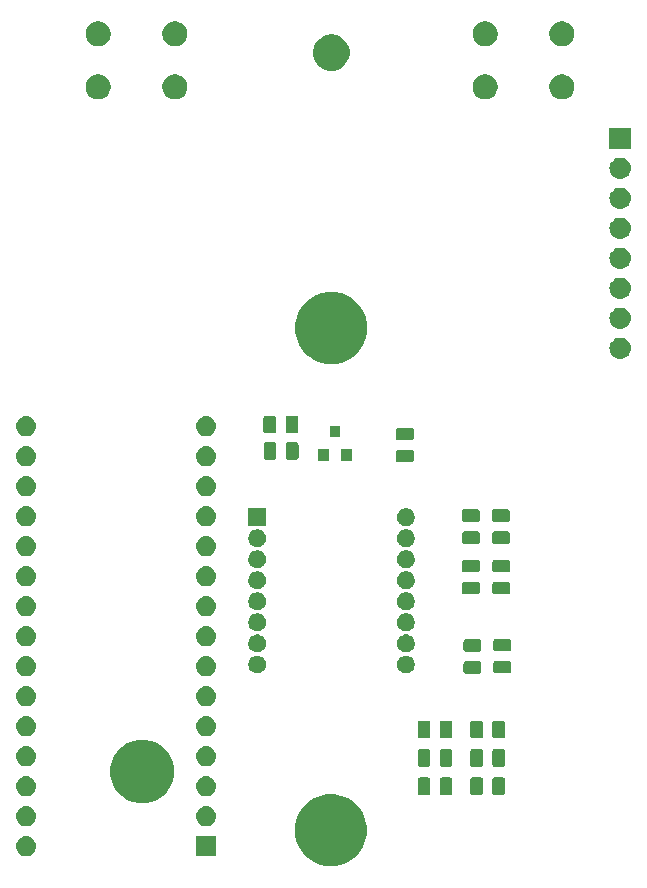
<source format=gbr>
G04 #@! TF.GenerationSoftware,KiCad,Pcbnew,(5.1.4-0-10_14)*
G04 #@! TF.CreationDate,2020-11-05T16:31:29+00:00*
G04 #@! TF.ProjectId,OpenLaserMouse,4f70656e-4c61-4736-9572-4d6f7573652e,rev?*
G04 #@! TF.SameCoordinates,Original*
G04 #@! TF.FileFunction,Soldermask,Top*
G04 #@! TF.FilePolarity,Negative*
%FSLAX46Y46*%
G04 Gerber Fmt 4.6, Leading zero omitted, Abs format (unit mm)*
G04 Created by KiCad (PCBNEW (5.1.4-0-10_14)) date 2020-11-05 16:31:29*
%MOMM*%
%LPD*%
G04 APERTURE LIST*
%ADD10C,0.100000*%
G04 APERTURE END LIST*
D10*
G36*
X68834943Y-113566248D02*
G01*
X69390189Y-113796238D01*
X69638347Y-113962052D01*
X69889899Y-114130134D01*
X70314866Y-114555101D01*
X70314867Y-114555103D01*
X70648762Y-115054811D01*
X70878752Y-115610057D01*
X70996000Y-116199501D01*
X70996000Y-116800499D01*
X70878752Y-117389943D01*
X70648762Y-117945189D01*
X70648761Y-117945190D01*
X70314866Y-118444899D01*
X69889899Y-118869866D01*
X69638347Y-119037948D01*
X69390189Y-119203762D01*
X68834943Y-119433752D01*
X68245499Y-119551000D01*
X67644501Y-119551000D01*
X67055057Y-119433752D01*
X66499811Y-119203762D01*
X66251653Y-119037948D01*
X66000101Y-118869866D01*
X65575134Y-118444899D01*
X65241239Y-117945190D01*
X65241238Y-117945189D01*
X65011248Y-117389943D01*
X64894000Y-116800499D01*
X64894000Y-116199501D01*
X65011248Y-115610057D01*
X65241238Y-115054811D01*
X65575133Y-114555103D01*
X65575134Y-114555101D01*
X66000101Y-114130134D01*
X66251653Y-113962052D01*
X66499811Y-113796238D01*
X67055057Y-113566248D01*
X67644501Y-113449000D01*
X68245499Y-113449000D01*
X68834943Y-113566248D01*
X68834943Y-113566248D01*
G37*
G36*
X58255000Y-118707000D02*
G01*
X56553000Y-118707000D01*
X56553000Y-117005000D01*
X58255000Y-117005000D01*
X58255000Y-118707000D01*
X58255000Y-118707000D01*
G37*
G36*
X42330823Y-117017313D02*
G01*
X42491242Y-117065976D01*
X42623906Y-117136886D01*
X42639078Y-117144996D01*
X42768659Y-117251341D01*
X42875004Y-117380922D01*
X42875005Y-117380924D01*
X42954024Y-117528758D01*
X43002687Y-117689177D01*
X43019117Y-117856000D01*
X43002687Y-118022823D01*
X42954024Y-118183242D01*
X42883114Y-118315906D01*
X42875004Y-118331078D01*
X42768659Y-118460659D01*
X42639078Y-118567004D01*
X42639076Y-118567005D01*
X42491242Y-118646024D01*
X42330823Y-118694687D01*
X42205804Y-118707000D01*
X42122196Y-118707000D01*
X41997177Y-118694687D01*
X41836758Y-118646024D01*
X41688924Y-118567005D01*
X41688922Y-118567004D01*
X41559341Y-118460659D01*
X41452996Y-118331078D01*
X41444886Y-118315906D01*
X41373976Y-118183242D01*
X41325313Y-118022823D01*
X41308883Y-117856000D01*
X41325313Y-117689177D01*
X41373976Y-117528758D01*
X41452995Y-117380924D01*
X41452996Y-117380922D01*
X41559341Y-117251341D01*
X41688922Y-117144996D01*
X41704094Y-117136886D01*
X41836758Y-117065976D01*
X41997177Y-117017313D01*
X42122196Y-117005000D01*
X42205804Y-117005000D01*
X42330823Y-117017313D01*
X42330823Y-117017313D01*
G37*
G36*
X57570823Y-114477313D02*
G01*
X57731242Y-114525976D01*
X57863906Y-114596886D01*
X57879078Y-114604996D01*
X58008659Y-114711341D01*
X58115004Y-114840922D01*
X58115005Y-114840924D01*
X58194024Y-114988758D01*
X58242687Y-115149177D01*
X58259117Y-115316000D01*
X58242687Y-115482823D01*
X58194024Y-115643242D01*
X58123114Y-115775906D01*
X58115004Y-115791078D01*
X58008659Y-115920659D01*
X57879078Y-116027004D01*
X57879076Y-116027005D01*
X57731242Y-116106024D01*
X57570823Y-116154687D01*
X57445804Y-116167000D01*
X57362196Y-116167000D01*
X57237177Y-116154687D01*
X57076758Y-116106024D01*
X56928924Y-116027005D01*
X56928922Y-116027004D01*
X56799341Y-115920659D01*
X56692996Y-115791078D01*
X56684886Y-115775906D01*
X56613976Y-115643242D01*
X56565313Y-115482823D01*
X56548883Y-115316000D01*
X56565313Y-115149177D01*
X56613976Y-114988758D01*
X56692995Y-114840924D01*
X56692996Y-114840922D01*
X56799341Y-114711341D01*
X56928922Y-114604996D01*
X56944094Y-114596886D01*
X57076758Y-114525976D01*
X57237177Y-114477313D01*
X57362196Y-114465000D01*
X57445804Y-114465000D01*
X57570823Y-114477313D01*
X57570823Y-114477313D01*
G37*
G36*
X42330823Y-114477313D02*
G01*
X42491242Y-114525976D01*
X42623906Y-114596886D01*
X42639078Y-114604996D01*
X42768659Y-114711341D01*
X42875004Y-114840922D01*
X42875005Y-114840924D01*
X42954024Y-114988758D01*
X43002687Y-115149177D01*
X43019117Y-115316000D01*
X43002687Y-115482823D01*
X42954024Y-115643242D01*
X42883114Y-115775906D01*
X42875004Y-115791078D01*
X42768659Y-115920659D01*
X42639078Y-116027004D01*
X42639076Y-116027005D01*
X42491242Y-116106024D01*
X42330823Y-116154687D01*
X42205804Y-116167000D01*
X42122196Y-116167000D01*
X41997177Y-116154687D01*
X41836758Y-116106024D01*
X41688924Y-116027005D01*
X41688922Y-116027004D01*
X41559341Y-115920659D01*
X41452996Y-115791078D01*
X41444886Y-115775906D01*
X41373976Y-115643242D01*
X41325313Y-115482823D01*
X41308883Y-115316000D01*
X41325313Y-115149177D01*
X41373976Y-114988758D01*
X41452995Y-114840924D01*
X41452996Y-114840922D01*
X41559341Y-114711341D01*
X41688922Y-114604996D01*
X41704094Y-114596886D01*
X41836758Y-114525976D01*
X41997177Y-114477313D01*
X42122196Y-114465000D01*
X42205804Y-114465000D01*
X42330823Y-114477313D01*
X42330823Y-114477313D01*
G37*
G36*
X52781652Y-108934197D02*
G01*
X53273202Y-109137804D01*
X53273203Y-109137805D01*
X53715587Y-109433396D01*
X54091804Y-109809613D01*
X54147822Y-109893450D01*
X54387396Y-110251998D01*
X54591003Y-110743548D01*
X54694800Y-111265373D01*
X54694800Y-111797427D01*
X54591003Y-112319252D01*
X54387396Y-112810802D01*
X54387395Y-112810803D01*
X54091804Y-113253187D01*
X53715587Y-113629404D01*
X53465902Y-113796238D01*
X53273202Y-113924996D01*
X52781652Y-114128603D01*
X52259827Y-114232400D01*
X51727773Y-114232400D01*
X51205948Y-114128603D01*
X50714398Y-113924996D01*
X50521698Y-113796238D01*
X50272013Y-113629404D01*
X49895796Y-113253187D01*
X49600205Y-112810803D01*
X49600204Y-112810802D01*
X49396597Y-112319252D01*
X49292800Y-111797427D01*
X49292800Y-111265373D01*
X49396597Y-110743548D01*
X49600204Y-110251998D01*
X49839778Y-109893450D01*
X49895796Y-109809613D01*
X50272013Y-109433396D01*
X50714397Y-109137805D01*
X50714398Y-109137804D01*
X51205948Y-108934197D01*
X51727773Y-108830400D01*
X52259827Y-108830400D01*
X52781652Y-108934197D01*
X52781652Y-108934197D01*
G37*
G36*
X42330823Y-111937313D02*
G01*
X42491242Y-111985976D01*
X42594738Y-112041296D01*
X42639078Y-112064996D01*
X42768659Y-112171341D01*
X42875004Y-112300922D01*
X42875005Y-112300924D01*
X42954024Y-112448758D01*
X43002687Y-112609177D01*
X43019117Y-112776000D01*
X43002687Y-112942823D01*
X42954024Y-113103242D01*
X42883114Y-113235906D01*
X42875004Y-113251078D01*
X42768659Y-113380659D01*
X42639078Y-113487004D01*
X42639076Y-113487005D01*
X42491242Y-113566024D01*
X42491239Y-113566025D01*
X42461380Y-113575083D01*
X42330823Y-113614687D01*
X42205804Y-113627000D01*
X42122196Y-113627000D01*
X41997177Y-113614687D01*
X41866620Y-113575083D01*
X41836761Y-113566025D01*
X41836758Y-113566024D01*
X41688924Y-113487005D01*
X41688922Y-113487004D01*
X41559341Y-113380659D01*
X41452996Y-113251078D01*
X41444886Y-113235906D01*
X41373976Y-113103242D01*
X41325313Y-112942823D01*
X41308883Y-112776000D01*
X41325313Y-112609177D01*
X41373976Y-112448758D01*
X41452995Y-112300924D01*
X41452996Y-112300922D01*
X41559341Y-112171341D01*
X41688922Y-112064996D01*
X41733262Y-112041296D01*
X41836758Y-111985976D01*
X41997177Y-111937313D01*
X42122196Y-111925000D01*
X42205804Y-111925000D01*
X42330823Y-111937313D01*
X42330823Y-111937313D01*
G37*
G36*
X57570823Y-111937313D02*
G01*
X57731242Y-111985976D01*
X57834738Y-112041296D01*
X57879078Y-112064996D01*
X58008659Y-112171341D01*
X58115004Y-112300922D01*
X58115005Y-112300924D01*
X58194024Y-112448758D01*
X58242687Y-112609177D01*
X58259117Y-112776000D01*
X58242687Y-112942823D01*
X58194024Y-113103242D01*
X58123114Y-113235906D01*
X58115004Y-113251078D01*
X58008659Y-113380659D01*
X57879078Y-113487004D01*
X57879076Y-113487005D01*
X57731242Y-113566024D01*
X57731239Y-113566025D01*
X57701380Y-113575083D01*
X57570823Y-113614687D01*
X57445804Y-113627000D01*
X57362196Y-113627000D01*
X57237177Y-113614687D01*
X57106620Y-113575083D01*
X57076761Y-113566025D01*
X57076758Y-113566024D01*
X56928924Y-113487005D01*
X56928922Y-113487004D01*
X56799341Y-113380659D01*
X56692996Y-113251078D01*
X56684886Y-113235906D01*
X56613976Y-113103242D01*
X56565313Y-112942823D01*
X56548883Y-112776000D01*
X56565313Y-112609177D01*
X56613976Y-112448758D01*
X56692995Y-112300924D01*
X56692996Y-112300922D01*
X56799341Y-112171341D01*
X56928922Y-112064996D01*
X56973262Y-112041296D01*
X57076758Y-111985976D01*
X57237177Y-111937313D01*
X57362196Y-111925000D01*
X57445804Y-111925000D01*
X57570823Y-111937313D01*
X57570823Y-111937313D01*
G37*
G36*
X76218668Y-112029565D02*
G01*
X76257338Y-112041296D01*
X76292977Y-112060346D01*
X76324217Y-112085983D01*
X76349854Y-112117223D01*
X76368904Y-112152862D01*
X76380635Y-112191532D01*
X76385200Y-112237888D01*
X76385200Y-113314112D01*
X76380635Y-113360468D01*
X76368904Y-113399138D01*
X76349854Y-113434777D01*
X76324217Y-113466017D01*
X76292977Y-113491654D01*
X76257338Y-113510704D01*
X76218668Y-113522435D01*
X76172312Y-113527000D01*
X75521088Y-113527000D01*
X75474732Y-113522435D01*
X75436062Y-113510704D01*
X75400423Y-113491654D01*
X75369183Y-113466017D01*
X75343546Y-113434777D01*
X75324496Y-113399138D01*
X75312765Y-113360468D01*
X75308200Y-113314112D01*
X75308200Y-112237888D01*
X75312765Y-112191532D01*
X75324496Y-112152862D01*
X75343546Y-112117223D01*
X75369183Y-112085983D01*
X75400423Y-112060346D01*
X75436062Y-112041296D01*
X75474732Y-112029565D01*
X75521088Y-112025000D01*
X76172312Y-112025000D01*
X76218668Y-112029565D01*
X76218668Y-112029565D01*
G37*
G36*
X78093668Y-112029565D02*
G01*
X78132338Y-112041296D01*
X78167977Y-112060346D01*
X78199217Y-112085983D01*
X78224854Y-112117223D01*
X78243904Y-112152862D01*
X78255635Y-112191532D01*
X78260200Y-112237888D01*
X78260200Y-113314112D01*
X78255635Y-113360468D01*
X78243904Y-113399138D01*
X78224854Y-113434777D01*
X78199217Y-113466017D01*
X78167977Y-113491654D01*
X78132338Y-113510704D01*
X78093668Y-113522435D01*
X78047312Y-113527000D01*
X77396088Y-113527000D01*
X77349732Y-113522435D01*
X77311062Y-113510704D01*
X77275423Y-113491654D01*
X77244183Y-113466017D01*
X77218546Y-113434777D01*
X77199496Y-113399138D01*
X77187765Y-113360468D01*
X77183200Y-113314112D01*
X77183200Y-112237888D01*
X77187765Y-112191532D01*
X77199496Y-112152862D01*
X77218546Y-112117223D01*
X77244183Y-112085983D01*
X77275423Y-112060346D01*
X77311062Y-112041296D01*
X77349732Y-112029565D01*
X77396088Y-112025000D01*
X78047312Y-112025000D01*
X78093668Y-112029565D01*
X78093668Y-112029565D01*
G37*
G36*
X80676368Y-112029565D02*
G01*
X80715038Y-112041296D01*
X80750677Y-112060346D01*
X80781917Y-112085983D01*
X80807554Y-112117223D01*
X80826604Y-112152862D01*
X80838335Y-112191532D01*
X80842900Y-112237888D01*
X80842900Y-113314112D01*
X80838335Y-113360468D01*
X80826604Y-113399138D01*
X80807554Y-113434777D01*
X80781917Y-113466017D01*
X80750677Y-113491654D01*
X80715038Y-113510704D01*
X80676368Y-113522435D01*
X80630012Y-113527000D01*
X79978788Y-113527000D01*
X79932432Y-113522435D01*
X79893762Y-113510704D01*
X79858123Y-113491654D01*
X79826883Y-113466017D01*
X79801246Y-113434777D01*
X79782196Y-113399138D01*
X79770465Y-113360468D01*
X79765900Y-113314112D01*
X79765900Y-112237888D01*
X79770465Y-112191532D01*
X79782196Y-112152862D01*
X79801246Y-112117223D01*
X79826883Y-112085983D01*
X79858123Y-112060346D01*
X79893762Y-112041296D01*
X79932432Y-112029565D01*
X79978788Y-112025000D01*
X80630012Y-112025000D01*
X80676368Y-112029565D01*
X80676368Y-112029565D01*
G37*
G36*
X82551368Y-112029565D02*
G01*
X82590038Y-112041296D01*
X82625677Y-112060346D01*
X82656917Y-112085983D01*
X82682554Y-112117223D01*
X82701604Y-112152862D01*
X82713335Y-112191532D01*
X82717900Y-112237888D01*
X82717900Y-113314112D01*
X82713335Y-113360468D01*
X82701604Y-113399138D01*
X82682554Y-113434777D01*
X82656917Y-113466017D01*
X82625677Y-113491654D01*
X82590038Y-113510704D01*
X82551368Y-113522435D01*
X82505012Y-113527000D01*
X81853788Y-113527000D01*
X81807432Y-113522435D01*
X81768762Y-113510704D01*
X81733123Y-113491654D01*
X81701883Y-113466017D01*
X81676246Y-113434777D01*
X81657196Y-113399138D01*
X81645465Y-113360468D01*
X81640900Y-113314112D01*
X81640900Y-112237888D01*
X81645465Y-112191532D01*
X81657196Y-112152862D01*
X81676246Y-112117223D01*
X81701883Y-112085983D01*
X81733123Y-112060346D01*
X81768762Y-112041296D01*
X81807432Y-112029565D01*
X81853788Y-112025000D01*
X82505012Y-112025000D01*
X82551368Y-112029565D01*
X82551368Y-112029565D01*
G37*
G36*
X80676368Y-109628765D02*
G01*
X80715038Y-109640496D01*
X80750677Y-109659546D01*
X80781917Y-109685183D01*
X80807554Y-109716423D01*
X80826604Y-109752062D01*
X80838335Y-109790732D01*
X80842900Y-109837088D01*
X80842900Y-110913312D01*
X80838335Y-110959668D01*
X80826604Y-110998338D01*
X80807554Y-111033977D01*
X80781917Y-111065217D01*
X80750677Y-111090854D01*
X80715038Y-111109904D01*
X80676368Y-111121635D01*
X80630012Y-111126200D01*
X79978788Y-111126200D01*
X79932432Y-111121635D01*
X79893762Y-111109904D01*
X79858123Y-111090854D01*
X79826883Y-111065217D01*
X79801246Y-111033977D01*
X79782196Y-110998338D01*
X79770465Y-110959668D01*
X79765900Y-110913312D01*
X79765900Y-109837088D01*
X79770465Y-109790732D01*
X79782196Y-109752062D01*
X79801246Y-109716423D01*
X79826883Y-109685183D01*
X79858123Y-109659546D01*
X79893762Y-109640496D01*
X79932432Y-109628765D01*
X79978788Y-109624200D01*
X80630012Y-109624200D01*
X80676368Y-109628765D01*
X80676368Y-109628765D01*
G37*
G36*
X78093668Y-109628765D02*
G01*
X78132338Y-109640496D01*
X78167977Y-109659546D01*
X78199217Y-109685183D01*
X78224854Y-109716423D01*
X78243904Y-109752062D01*
X78255635Y-109790732D01*
X78260200Y-109837088D01*
X78260200Y-110913312D01*
X78255635Y-110959668D01*
X78243904Y-110998338D01*
X78224854Y-111033977D01*
X78199217Y-111065217D01*
X78167977Y-111090854D01*
X78132338Y-111109904D01*
X78093668Y-111121635D01*
X78047312Y-111126200D01*
X77396088Y-111126200D01*
X77349732Y-111121635D01*
X77311062Y-111109904D01*
X77275423Y-111090854D01*
X77244183Y-111065217D01*
X77218546Y-111033977D01*
X77199496Y-110998338D01*
X77187765Y-110959668D01*
X77183200Y-110913312D01*
X77183200Y-109837088D01*
X77187765Y-109790732D01*
X77199496Y-109752062D01*
X77218546Y-109716423D01*
X77244183Y-109685183D01*
X77275423Y-109659546D01*
X77311062Y-109640496D01*
X77349732Y-109628765D01*
X77396088Y-109624200D01*
X78047312Y-109624200D01*
X78093668Y-109628765D01*
X78093668Y-109628765D01*
G37*
G36*
X76218668Y-109628765D02*
G01*
X76257338Y-109640496D01*
X76292977Y-109659546D01*
X76324217Y-109685183D01*
X76349854Y-109716423D01*
X76368904Y-109752062D01*
X76380635Y-109790732D01*
X76385200Y-109837088D01*
X76385200Y-110913312D01*
X76380635Y-110959668D01*
X76368904Y-110998338D01*
X76349854Y-111033977D01*
X76324217Y-111065217D01*
X76292977Y-111090854D01*
X76257338Y-111109904D01*
X76218668Y-111121635D01*
X76172312Y-111126200D01*
X75521088Y-111126200D01*
X75474732Y-111121635D01*
X75436062Y-111109904D01*
X75400423Y-111090854D01*
X75369183Y-111065217D01*
X75343546Y-111033977D01*
X75324496Y-110998338D01*
X75312765Y-110959668D01*
X75308200Y-110913312D01*
X75308200Y-109837088D01*
X75312765Y-109790732D01*
X75324496Y-109752062D01*
X75343546Y-109716423D01*
X75369183Y-109685183D01*
X75400423Y-109659546D01*
X75436062Y-109640496D01*
X75474732Y-109628765D01*
X75521088Y-109624200D01*
X76172312Y-109624200D01*
X76218668Y-109628765D01*
X76218668Y-109628765D01*
G37*
G36*
X82551368Y-109628765D02*
G01*
X82590038Y-109640496D01*
X82625677Y-109659546D01*
X82656917Y-109685183D01*
X82682554Y-109716423D01*
X82701604Y-109752062D01*
X82713335Y-109790732D01*
X82717900Y-109837088D01*
X82717900Y-110913312D01*
X82713335Y-110959668D01*
X82701604Y-110998338D01*
X82682554Y-111033977D01*
X82656917Y-111065217D01*
X82625677Y-111090854D01*
X82590038Y-111109904D01*
X82551368Y-111121635D01*
X82505012Y-111126200D01*
X81853788Y-111126200D01*
X81807432Y-111121635D01*
X81768762Y-111109904D01*
X81733123Y-111090854D01*
X81701883Y-111065217D01*
X81676246Y-111033977D01*
X81657196Y-110998338D01*
X81645465Y-110959668D01*
X81640900Y-110913312D01*
X81640900Y-109837088D01*
X81645465Y-109790732D01*
X81657196Y-109752062D01*
X81676246Y-109716423D01*
X81701883Y-109685183D01*
X81733123Y-109659546D01*
X81768762Y-109640496D01*
X81807432Y-109628765D01*
X81853788Y-109624200D01*
X82505012Y-109624200D01*
X82551368Y-109628765D01*
X82551368Y-109628765D01*
G37*
G36*
X42330823Y-109397313D02*
G01*
X42491242Y-109445976D01*
X42623906Y-109516886D01*
X42639078Y-109524996D01*
X42768659Y-109631341D01*
X42875004Y-109760922D01*
X42875005Y-109760924D01*
X42954024Y-109908758D01*
X43002687Y-110069177D01*
X43019117Y-110236000D01*
X43002687Y-110402823D01*
X42954024Y-110563242D01*
X42883114Y-110695906D01*
X42875004Y-110711078D01*
X42768659Y-110840659D01*
X42639078Y-110947004D01*
X42639076Y-110947005D01*
X42491242Y-111026024D01*
X42330823Y-111074687D01*
X42205804Y-111087000D01*
X42122196Y-111087000D01*
X41997177Y-111074687D01*
X41836758Y-111026024D01*
X41688924Y-110947005D01*
X41688922Y-110947004D01*
X41559341Y-110840659D01*
X41452996Y-110711078D01*
X41444886Y-110695906D01*
X41373976Y-110563242D01*
X41325313Y-110402823D01*
X41308883Y-110236000D01*
X41325313Y-110069177D01*
X41373976Y-109908758D01*
X41452995Y-109760924D01*
X41452996Y-109760922D01*
X41559341Y-109631341D01*
X41688922Y-109524996D01*
X41704094Y-109516886D01*
X41836758Y-109445976D01*
X41997177Y-109397313D01*
X42122196Y-109385000D01*
X42205804Y-109385000D01*
X42330823Y-109397313D01*
X42330823Y-109397313D01*
G37*
G36*
X57570823Y-109397313D02*
G01*
X57731242Y-109445976D01*
X57863906Y-109516886D01*
X57879078Y-109524996D01*
X58008659Y-109631341D01*
X58115004Y-109760922D01*
X58115005Y-109760924D01*
X58194024Y-109908758D01*
X58242687Y-110069177D01*
X58259117Y-110236000D01*
X58242687Y-110402823D01*
X58194024Y-110563242D01*
X58123114Y-110695906D01*
X58115004Y-110711078D01*
X58008659Y-110840659D01*
X57879078Y-110947004D01*
X57879076Y-110947005D01*
X57731242Y-111026024D01*
X57570823Y-111074687D01*
X57445804Y-111087000D01*
X57362196Y-111087000D01*
X57237177Y-111074687D01*
X57076758Y-111026024D01*
X56928924Y-110947005D01*
X56928922Y-110947004D01*
X56799341Y-110840659D01*
X56692996Y-110711078D01*
X56684886Y-110695906D01*
X56613976Y-110563242D01*
X56565313Y-110402823D01*
X56548883Y-110236000D01*
X56565313Y-110069177D01*
X56613976Y-109908758D01*
X56692995Y-109760924D01*
X56692996Y-109760922D01*
X56799341Y-109631341D01*
X56928922Y-109524996D01*
X56944094Y-109516886D01*
X57076758Y-109445976D01*
X57237177Y-109397313D01*
X57362196Y-109385000D01*
X57445804Y-109385000D01*
X57570823Y-109397313D01*
X57570823Y-109397313D01*
G37*
G36*
X76218668Y-107215765D02*
G01*
X76257338Y-107227496D01*
X76292977Y-107246546D01*
X76324217Y-107272183D01*
X76349854Y-107303423D01*
X76368904Y-107339062D01*
X76380635Y-107377732D01*
X76385200Y-107424088D01*
X76385200Y-108500312D01*
X76380635Y-108546668D01*
X76368904Y-108585338D01*
X76349854Y-108620977D01*
X76324217Y-108652217D01*
X76292977Y-108677854D01*
X76257338Y-108696904D01*
X76218668Y-108708635D01*
X76172312Y-108713200D01*
X75521088Y-108713200D01*
X75474732Y-108708635D01*
X75436062Y-108696904D01*
X75400423Y-108677854D01*
X75369183Y-108652217D01*
X75343546Y-108620977D01*
X75324496Y-108585338D01*
X75312765Y-108546668D01*
X75308200Y-108500312D01*
X75308200Y-107424088D01*
X75312765Y-107377732D01*
X75324496Y-107339062D01*
X75343546Y-107303423D01*
X75369183Y-107272183D01*
X75400423Y-107246546D01*
X75436062Y-107227496D01*
X75474732Y-107215765D01*
X75521088Y-107211200D01*
X76172312Y-107211200D01*
X76218668Y-107215765D01*
X76218668Y-107215765D01*
G37*
G36*
X78093668Y-107215765D02*
G01*
X78132338Y-107227496D01*
X78167977Y-107246546D01*
X78199217Y-107272183D01*
X78224854Y-107303423D01*
X78243904Y-107339062D01*
X78255635Y-107377732D01*
X78260200Y-107424088D01*
X78260200Y-108500312D01*
X78255635Y-108546668D01*
X78243904Y-108585338D01*
X78224854Y-108620977D01*
X78199217Y-108652217D01*
X78167977Y-108677854D01*
X78132338Y-108696904D01*
X78093668Y-108708635D01*
X78047312Y-108713200D01*
X77396088Y-108713200D01*
X77349732Y-108708635D01*
X77311062Y-108696904D01*
X77275423Y-108677854D01*
X77244183Y-108652217D01*
X77218546Y-108620977D01*
X77199496Y-108585338D01*
X77187765Y-108546668D01*
X77183200Y-108500312D01*
X77183200Y-107424088D01*
X77187765Y-107377732D01*
X77199496Y-107339062D01*
X77218546Y-107303423D01*
X77244183Y-107272183D01*
X77275423Y-107246546D01*
X77311062Y-107227496D01*
X77349732Y-107215765D01*
X77396088Y-107211200D01*
X78047312Y-107211200D01*
X78093668Y-107215765D01*
X78093668Y-107215765D01*
G37*
G36*
X82551368Y-107215765D02*
G01*
X82590038Y-107227496D01*
X82625677Y-107246546D01*
X82656917Y-107272183D01*
X82682554Y-107303423D01*
X82701604Y-107339062D01*
X82713335Y-107377732D01*
X82717900Y-107424088D01*
X82717900Y-108500312D01*
X82713335Y-108546668D01*
X82701604Y-108585338D01*
X82682554Y-108620977D01*
X82656917Y-108652217D01*
X82625677Y-108677854D01*
X82590038Y-108696904D01*
X82551368Y-108708635D01*
X82505012Y-108713200D01*
X81853788Y-108713200D01*
X81807432Y-108708635D01*
X81768762Y-108696904D01*
X81733123Y-108677854D01*
X81701883Y-108652217D01*
X81676246Y-108620977D01*
X81657196Y-108585338D01*
X81645465Y-108546668D01*
X81640900Y-108500312D01*
X81640900Y-107424088D01*
X81645465Y-107377732D01*
X81657196Y-107339062D01*
X81676246Y-107303423D01*
X81701883Y-107272183D01*
X81733123Y-107246546D01*
X81768762Y-107227496D01*
X81807432Y-107215765D01*
X81853788Y-107211200D01*
X82505012Y-107211200D01*
X82551368Y-107215765D01*
X82551368Y-107215765D01*
G37*
G36*
X80676368Y-107215765D02*
G01*
X80715038Y-107227496D01*
X80750677Y-107246546D01*
X80781917Y-107272183D01*
X80807554Y-107303423D01*
X80826604Y-107339062D01*
X80838335Y-107377732D01*
X80842900Y-107424088D01*
X80842900Y-108500312D01*
X80838335Y-108546668D01*
X80826604Y-108585338D01*
X80807554Y-108620977D01*
X80781917Y-108652217D01*
X80750677Y-108677854D01*
X80715038Y-108696904D01*
X80676368Y-108708635D01*
X80630012Y-108713200D01*
X79978788Y-108713200D01*
X79932432Y-108708635D01*
X79893762Y-108696904D01*
X79858123Y-108677854D01*
X79826883Y-108652217D01*
X79801246Y-108620977D01*
X79782196Y-108585338D01*
X79770465Y-108546668D01*
X79765900Y-108500312D01*
X79765900Y-107424088D01*
X79770465Y-107377732D01*
X79782196Y-107339062D01*
X79801246Y-107303423D01*
X79826883Y-107272183D01*
X79858123Y-107246546D01*
X79893762Y-107227496D01*
X79932432Y-107215765D01*
X79978788Y-107211200D01*
X80630012Y-107211200D01*
X80676368Y-107215765D01*
X80676368Y-107215765D01*
G37*
G36*
X42330823Y-106857313D02*
G01*
X42491242Y-106905976D01*
X42623906Y-106976886D01*
X42639078Y-106984996D01*
X42768659Y-107091341D01*
X42875004Y-107220922D01*
X42875005Y-107220924D01*
X42954024Y-107368758D01*
X43002687Y-107529177D01*
X43019117Y-107696000D01*
X43002687Y-107862823D01*
X42954024Y-108023242D01*
X42883114Y-108155906D01*
X42875004Y-108171078D01*
X42768659Y-108300659D01*
X42639078Y-108407004D01*
X42639076Y-108407005D01*
X42491242Y-108486024D01*
X42330823Y-108534687D01*
X42205804Y-108547000D01*
X42122196Y-108547000D01*
X41997177Y-108534687D01*
X41836758Y-108486024D01*
X41688924Y-108407005D01*
X41688922Y-108407004D01*
X41559341Y-108300659D01*
X41452996Y-108171078D01*
X41444886Y-108155906D01*
X41373976Y-108023242D01*
X41325313Y-107862823D01*
X41308883Y-107696000D01*
X41325313Y-107529177D01*
X41373976Y-107368758D01*
X41452995Y-107220924D01*
X41452996Y-107220922D01*
X41559341Y-107091341D01*
X41688922Y-106984996D01*
X41704094Y-106976886D01*
X41836758Y-106905976D01*
X41997177Y-106857313D01*
X42122196Y-106845000D01*
X42205804Y-106845000D01*
X42330823Y-106857313D01*
X42330823Y-106857313D01*
G37*
G36*
X57570823Y-106857313D02*
G01*
X57731242Y-106905976D01*
X57863906Y-106976886D01*
X57879078Y-106984996D01*
X58008659Y-107091341D01*
X58115004Y-107220922D01*
X58115005Y-107220924D01*
X58194024Y-107368758D01*
X58242687Y-107529177D01*
X58259117Y-107696000D01*
X58242687Y-107862823D01*
X58194024Y-108023242D01*
X58123114Y-108155906D01*
X58115004Y-108171078D01*
X58008659Y-108300659D01*
X57879078Y-108407004D01*
X57879076Y-108407005D01*
X57731242Y-108486024D01*
X57570823Y-108534687D01*
X57445804Y-108547000D01*
X57362196Y-108547000D01*
X57237177Y-108534687D01*
X57076758Y-108486024D01*
X56928924Y-108407005D01*
X56928922Y-108407004D01*
X56799341Y-108300659D01*
X56692996Y-108171078D01*
X56684886Y-108155906D01*
X56613976Y-108023242D01*
X56565313Y-107862823D01*
X56548883Y-107696000D01*
X56565313Y-107529177D01*
X56613976Y-107368758D01*
X56692995Y-107220924D01*
X56692996Y-107220922D01*
X56799341Y-107091341D01*
X56928922Y-106984996D01*
X56944094Y-106976886D01*
X57076758Y-106905976D01*
X57237177Y-106857313D01*
X57362196Y-106845000D01*
X57445804Y-106845000D01*
X57570823Y-106857313D01*
X57570823Y-106857313D01*
G37*
G36*
X42330823Y-104317313D02*
G01*
X42491242Y-104365976D01*
X42623906Y-104436886D01*
X42639078Y-104444996D01*
X42768659Y-104551341D01*
X42875004Y-104680922D01*
X42875005Y-104680924D01*
X42954024Y-104828758D01*
X43002687Y-104989177D01*
X43019117Y-105156000D01*
X43002687Y-105322823D01*
X42954024Y-105483242D01*
X42883114Y-105615906D01*
X42875004Y-105631078D01*
X42768659Y-105760659D01*
X42639078Y-105867004D01*
X42639076Y-105867005D01*
X42491242Y-105946024D01*
X42330823Y-105994687D01*
X42205804Y-106007000D01*
X42122196Y-106007000D01*
X41997177Y-105994687D01*
X41836758Y-105946024D01*
X41688924Y-105867005D01*
X41688922Y-105867004D01*
X41559341Y-105760659D01*
X41452996Y-105631078D01*
X41444886Y-105615906D01*
X41373976Y-105483242D01*
X41325313Y-105322823D01*
X41308883Y-105156000D01*
X41325313Y-104989177D01*
X41373976Y-104828758D01*
X41452995Y-104680924D01*
X41452996Y-104680922D01*
X41559341Y-104551341D01*
X41688922Y-104444996D01*
X41704094Y-104436886D01*
X41836758Y-104365976D01*
X41997177Y-104317313D01*
X42122196Y-104305000D01*
X42205804Y-104305000D01*
X42330823Y-104317313D01*
X42330823Y-104317313D01*
G37*
G36*
X57570823Y-104317313D02*
G01*
X57731242Y-104365976D01*
X57863906Y-104436886D01*
X57879078Y-104444996D01*
X58008659Y-104551341D01*
X58115004Y-104680922D01*
X58115005Y-104680924D01*
X58194024Y-104828758D01*
X58242687Y-104989177D01*
X58259117Y-105156000D01*
X58242687Y-105322823D01*
X58194024Y-105483242D01*
X58123114Y-105615906D01*
X58115004Y-105631078D01*
X58008659Y-105760659D01*
X57879078Y-105867004D01*
X57879076Y-105867005D01*
X57731242Y-105946024D01*
X57570823Y-105994687D01*
X57445804Y-106007000D01*
X57362196Y-106007000D01*
X57237177Y-105994687D01*
X57076758Y-105946024D01*
X56928924Y-105867005D01*
X56928922Y-105867004D01*
X56799341Y-105760659D01*
X56692996Y-105631078D01*
X56684886Y-105615906D01*
X56613976Y-105483242D01*
X56565313Y-105322823D01*
X56548883Y-105156000D01*
X56565313Y-104989177D01*
X56613976Y-104828758D01*
X56692995Y-104680924D01*
X56692996Y-104680922D01*
X56799341Y-104551341D01*
X56928922Y-104444996D01*
X56944094Y-104436886D01*
X57076758Y-104365976D01*
X57237177Y-104317313D01*
X57362196Y-104305000D01*
X57445804Y-104305000D01*
X57570823Y-104317313D01*
X57570823Y-104317313D01*
G37*
G36*
X42330823Y-101777313D02*
G01*
X42491242Y-101825976D01*
X42586063Y-101876659D01*
X42639078Y-101904996D01*
X42768659Y-102011341D01*
X42875004Y-102140922D01*
X42875005Y-102140924D01*
X42954024Y-102288758D01*
X43002687Y-102449177D01*
X43019117Y-102616000D01*
X43002687Y-102782823D01*
X42954024Y-102943242D01*
X42895297Y-103053112D01*
X42875004Y-103091078D01*
X42768659Y-103220659D01*
X42639078Y-103327004D01*
X42639076Y-103327005D01*
X42491242Y-103406024D01*
X42330823Y-103454687D01*
X42205804Y-103467000D01*
X42122196Y-103467000D01*
X41997177Y-103454687D01*
X41836758Y-103406024D01*
X41688924Y-103327005D01*
X41688922Y-103327004D01*
X41559341Y-103220659D01*
X41452996Y-103091078D01*
X41432703Y-103053112D01*
X41373976Y-102943242D01*
X41325313Y-102782823D01*
X41308883Y-102616000D01*
X41325313Y-102449177D01*
X41373976Y-102288758D01*
X41452995Y-102140924D01*
X41452996Y-102140922D01*
X41559341Y-102011341D01*
X41688922Y-101904996D01*
X41741937Y-101876659D01*
X41836758Y-101825976D01*
X41997177Y-101777313D01*
X42122196Y-101765000D01*
X42205804Y-101765000D01*
X42330823Y-101777313D01*
X42330823Y-101777313D01*
G37*
G36*
X57570823Y-101777313D02*
G01*
X57731242Y-101825976D01*
X57826063Y-101876659D01*
X57879078Y-101904996D01*
X58008659Y-102011341D01*
X58115004Y-102140922D01*
X58115005Y-102140924D01*
X58194024Y-102288758D01*
X58242687Y-102449177D01*
X58259117Y-102616000D01*
X58242687Y-102782823D01*
X58194024Y-102943242D01*
X58135297Y-103053112D01*
X58115004Y-103091078D01*
X58008659Y-103220659D01*
X57879078Y-103327004D01*
X57879076Y-103327005D01*
X57731242Y-103406024D01*
X57570823Y-103454687D01*
X57445804Y-103467000D01*
X57362196Y-103467000D01*
X57237177Y-103454687D01*
X57076758Y-103406024D01*
X56928924Y-103327005D01*
X56928922Y-103327004D01*
X56799341Y-103220659D01*
X56692996Y-103091078D01*
X56672703Y-103053112D01*
X56613976Y-102943242D01*
X56565313Y-102782823D01*
X56548883Y-102616000D01*
X56565313Y-102449177D01*
X56613976Y-102288758D01*
X56692995Y-102140924D01*
X56692996Y-102140922D01*
X56799341Y-102011341D01*
X56928922Y-101904996D01*
X56981937Y-101876659D01*
X57076758Y-101825976D01*
X57237177Y-101777313D01*
X57362196Y-101765000D01*
X57445804Y-101765000D01*
X57570823Y-101777313D01*
X57570823Y-101777313D01*
G37*
G36*
X80530968Y-102193565D02*
G01*
X80569638Y-102205296D01*
X80605277Y-102224346D01*
X80636517Y-102249983D01*
X80662154Y-102281223D01*
X80681204Y-102316862D01*
X80692935Y-102355532D01*
X80697500Y-102401888D01*
X80697500Y-103053112D01*
X80692935Y-103099468D01*
X80681204Y-103138138D01*
X80662154Y-103173777D01*
X80636517Y-103205017D01*
X80605277Y-103230654D01*
X80569638Y-103249704D01*
X80530968Y-103261435D01*
X80484612Y-103266000D01*
X79408388Y-103266000D01*
X79362032Y-103261435D01*
X79323362Y-103249704D01*
X79287723Y-103230654D01*
X79256483Y-103205017D01*
X79230846Y-103173777D01*
X79211796Y-103138138D01*
X79200065Y-103099468D01*
X79195500Y-103053112D01*
X79195500Y-102401888D01*
X79200065Y-102355532D01*
X79211796Y-102316862D01*
X79230846Y-102281223D01*
X79256483Y-102249983D01*
X79287723Y-102224346D01*
X79323362Y-102205296D01*
X79362032Y-102193565D01*
X79408388Y-102189000D01*
X80484612Y-102189000D01*
X80530968Y-102193565D01*
X80530968Y-102193565D01*
G37*
G36*
X83058268Y-102155965D02*
G01*
X83096938Y-102167696D01*
X83132577Y-102186746D01*
X83163817Y-102212383D01*
X83189454Y-102243623D01*
X83208504Y-102279262D01*
X83220235Y-102317932D01*
X83224800Y-102364288D01*
X83224800Y-103015512D01*
X83220235Y-103061868D01*
X83208504Y-103100538D01*
X83189454Y-103136177D01*
X83163817Y-103167417D01*
X83132577Y-103193054D01*
X83096938Y-103212104D01*
X83058268Y-103223835D01*
X83011912Y-103228400D01*
X81935688Y-103228400D01*
X81889332Y-103223835D01*
X81850662Y-103212104D01*
X81815023Y-103193054D01*
X81783783Y-103167417D01*
X81758146Y-103136177D01*
X81739096Y-103100538D01*
X81727365Y-103061868D01*
X81722800Y-103015512D01*
X81722800Y-102364288D01*
X81727365Y-102317932D01*
X81739096Y-102279262D01*
X81758146Y-102243623D01*
X81783783Y-102212383D01*
X81815023Y-102186746D01*
X81850662Y-102167696D01*
X81889332Y-102155965D01*
X81935688Y-102151400D01*
X83011912Y-102151400D01*
X83058268Y-102155965D01*
X83058268Y-102155965D01*
G37*
G36*
X61941059Y-101737860D02*
G01*
X62077732Y-101794472D01*
X62200735Y-101876660D01*
X62305340Y-101981265D01*
X62305341Y-101981267D01*
X62387529Y-102104270D01*
X62444140Y-102240941D01*
X62473000Y-102386032D01*
X62473000Y-102533968D01*
X62444140Y-102679059D01*
X62401160Y-102782823D01*
X62387528Y-102815732D01*
X62305340Y-102938735D01*
X62200735Y-103043340D01*
X62077732Y-103125528D01*
X62077731Y-103125529D01*
X62077730Y-103125529D01*
X61941059Y-103182140D01*
X61795968Y-103211000D01*
X61648032Y-103211000D01*
X61502941Y-103182140D01*
X61366270Y-103125529D01*
X61366269Y-103125529D01*
X61366268Y-103125528D01*
X61243265Y-103043340D01*
X61138660Y-102938735D01*
X61056472Y-102815732D01*
X61042841Y-102782823D01*
X60999860Y-102679059D01*
X60971000Y-102533968D01*
X60971000Y-102386032D01*
X60999860Y-102240941D01*
X61056471Y-102104270D01*
X61138659Y-101981267D01*
X61138660Y-101981265D01*
X61243265Y-101876660D01*
X61366268Y-101794472D01*
X61502941Y-101737860D01*
X61648032Y-101709000D01*
X61795968Y-101709000D01*
X61941059Y-101737860D01*
X61941059Y-101737860D01*
G37*
G36*
X74541059Y-101737860D02*
G01*
X74677732Y-101794472D01*
X74800735Y-101876660D01*
X74905340Y-101981265D01*
X74905341Y-101981267D01*
X74987529Y-102104270D01*
X75044140Y-102240941D01*
X75073000Y-102386032D01*
X75073000Y-102533968D01*
X75044140Y-102679059D01*
X75001160Y-102782823D01*
X74987528Y-102815732D01*
X74905340Y-102938735D01*
X74800735Y-103043340D01*
X74677732Y-103125528D01*
X74677731Y-103125529D01*
X74677730Y-103125529D01*
X74541059Y-103182140D01*
X74395968Y-103211000D01*
X74248032Y-103211000D01*
X74102941Y-103182140D01*
X73966270Y-103125529D01*
X73966269Y-103125529D01*
X73966268Y-103125528D01*
X73843265Y-103043340D01*
X73738660Y-102938735D01*
X73656472Y-102815732D01*
X73642841Y-102782823D01*
X73599860Y-102679059D01*
X73571000Y-102533968D01*
X73571000Y-102386032D01*
X73599860Y-102240941D01*
X73656471Y-102104270D01*
X73738659Y-101981267D01*
X73738660Y-101981265D01*
X73843265Y-101876660D01*
X73966268Y-101794472D01*
X74102941Y-101737860D01*
X74248032Y-101709000D01*
X74395968Y-101709000D01*
X74541059Y-101737860D01*
X74541059Y-101737860D01*
G37*
G36*
X61941059Y-99957860D02*
G01*
X62077732Y-100014472D01*
X62200735Y-100096660D01*
X62305340Y-100201265D01*
X62387528Y-100324268D01*
X62387529Y-100324270D01*
X62444140Y-100460941D01*
X62473000Y-100606032D01*
X62473000Y-100753968D01*
X62450711Y-100866024D01*
X62444140Y-100899059D01*
X62387528Y-101035732D01*
X62305340Y-101158735D01*
X62200735Y-101263340D01*
X62077732Y-101345528D01*
X62077731Y-101345529D01*
X62077730Y-101345529D01*
X61941059Y-101402140D01*
X61795968Y-101431000D01*
X61648032Y-101431000D01*
X61502941Y-101402140D01*
X61366270Y-101345529D01*
X61366269Y-101345529D01*
X61366268Y-101345528D01*
X61243265Y-101263340D01*
X61138660Y-101158735D01*
X61056472Y-101035732D01*
X60999860Y-100899059D01*
X60993289Y-100866024D01*
X60971000Y-100753968D01*
X60971000Y-100606032D01*
X60999860Y-100460941D01*
X61056471Y-100324270D01*
X61056472Y-100324268D01*
X61138660Y-100201265D01*
X61243265Y-100096660D01*
X61366268Y-100014472D01*
X61502941Y-99957860D01*
X61648032Y-99929000D01*
X61795968Y-99929000D01*
X61941059Y-99957860D01*
X61941059Y-99957860D01*
G37*
G36*
X74541059Y-99957860D02*
G01*
X74677732Y-100014472D01*
X74800735Y-100096660D01*
X74905340Y-100201265D01*
X74987528Y-100324268D01*
X74987529Y-100324270D01*
X75044140Y-100460941D01*
X75073000Y-100606032D01*
X75073000Y-100753968D01*
X75050711Y-100866024D01*
X75044140Y-100899059D01*
X74987528Y-101035732D01*
X74905340Y-101158735D01*
X74800735Y-101263340D01*
X74677732Y-101345528D01*
X74677731Y-101345529D01*
X74677730Y-101345529D01*
X74541059Y-101402140D01*
X74395968Y-101431000D01*
X74248032Y-101431000D01*
X74102941Y-101402140D01*
X73966270Y-101345529D01*
X73966269Y-101345529D01*
X73966268Y-101345528D01*
X73843265Y-101263340D01*
X73738660Y-101158735D01*
X73656472Y-101035732D01*
X73599860Y-100899059D01*
X73593289Y-100866024D01*
X73571000Y-100753968D01*
X73571000Y-100606032D01*
X73599860Y-100460941D01*
X73656471Y-100324270D01*
X73656472Y-100324268D01*
X73738660Y-100201265D01*
X73843265Y-100096660D01*
X73966268Y-100014472D01*
X74102941Y-99957860D01*
X74248032Y-99929000D01*
X74395968Y-99929000D01*
X74541059Y-99957860D01*
X74541059Y-99957860D01*
G37*
G36*
X80530968Y-100318565D02*
G01*
X80569638Y-100330296D01*
X80605277Y-100349346D01*
X80636517Y-100374983D01*
X80662154Y-100406223D01*
X80681204Y-100441862D01*
X80692935Y-100480532D01*
X80697500Y-100526888D01*
X80697500Y-101178112D01*
X80692935Y-101224468D01*
X80681204Y-101263138D01*
X80662154Y-101298777D01*
X80636517Y-101330017D01*
X80605277Y-101355654D01*
X80569638Y-101374704D01*
X80530968Y-101386435D01*
X80484612Y-101391000D01*
X79408388Y-101391000D01*
X79362032Y-101386435D01*
X79323362Y-101374704D01*
X79287723Y-101355654D01*
X79256483Y-101330017D01*
X79230846Y-101298777D01*
X79211796Y-101263138D01*
X79200065Y-101224468D01*
X79195500Y-101178112D01*
X79195500Y-100526888D01*
X79200065Y-100480532D01*
X79211796Y-100441862D01*
X79230846Y-100406223D01*
X79256483Y-100374983D01*
X79287723Y-100349346D01*
X79323362Y-100330296D01*
X79362032Y-100318565D01*
X79408388Y-100314000D01*
X80484612Y-100314000D01*
X80530968Y-100318565D01*
X80530968Y-100318565D01*
G37*
G36*
X83058268Y-100280965D02*
G01*
X83096938Y-100292696D01*
X83132577Y-100311746D01*
X83163817Y-100337383D01*
X83189454Y-100368623D01*
X83208504Y-100404262D01*
X83220235Y-100442932D01*
X83224800Y-100489288D01*
X83224800Y-101140512D01*
X83220235Y-101186868D01*
X83208504Y-101225538D01*
X83189454Y-101261177D01*
X83163817Y-101292417D01*
X83132577Y-101318054D01*
X83096938Y-101337104D01*
X83058268Y-101348835D01*
X83011912Y-101353400D01*
X81935688Y-101353400D01*
X81889332Y-101348835D01*
X81850662Y-101337104D01*
X81815023Y-101318054D01*
X81783783Y-101292417D01*
X81758146Y-101261177D01*
X81739096Y-101225538D01*
X81727365Y-101186868D01*
X81722800Y-101140512D01*
X81722800Y-100489288D01*
X81727365Y-100442932D01*
X81739096Y-100404262D01*
X81758146Y-100368623D01*
X81783783Y-100337383D01*
X81815023Y-100311746D01*
X81850662Y-100292696D01*
X81889332Y-100280965D01*
X81935688Y-100276400D01*
X83011912Y-100276400D01*
X83058268Y-100280965D01*
X83058268Y-100280965D01*
G37*
G36*
X57570823Y-99237313D02*
G01*
X57731242Y-99285976D01*
X57863906Y-99356886D01*
X57879078Y-99364996D01*
X58008659Y-99471341D01*
X58115004Y-99600922D01*
X58115005Y-99600924D01*
X58194024Y-99748758D01*
X58242687Y-99909177D01*
X58259117Y-100076000D01*
X58242687Y-100242823D01*
X58194024Y-100403242D01*
X58148031Y-100489288D01*
X58115004Y-100551078D01*
X58008659Y-100680659D01*
X57879078Y-100787004D01*
X57879076Y-100787005D01*
X57731242Y-100866024D01*
X57570823Y-100914687D01*
X57445804Y-100927000D01*
X57362196Y-100927000D01*
X57237177Y-100914687D01*
X57076758Y-100866024D01*
X56928924Y-100787005D01*
X56928922Y-100787004D01*
X56799341Y-100680659D01*
X56692996Y-100551078D01*
X56659969Y-100489288D01*
X56613976Y-100403242D01*
X56565313Y-100242823D01*
X56548883Y-100076000D01*
X56565313Y-99909177D01*
X56613976Y-99748758D01*
X56692995Y-99600924D01*
X56692996Y-99600922D01*
X56799341Y-99471341D01*
X56928922Y-99364996D01*
X56944094Y-99356886D01*
X57076758Y-99285976D01*
X57237177Y-99237313D01*
X57362196Y-99225000D01*
X57445804Y-99225000D01*
X57570823Y-99237313D01*
X57570823Y-99237313D01*
G37*
G36*
X42330823Y-99237313D02*
G01*
X42491242Y-99285976D01*
X42623906Y-99356886D01*
X42639078Y-99364996D01*
X42768659Y-99471341D01*
X42875004Y-99600922D01*
X42875005Y-99600924D01*
X42954024Y-99748758D01*
X43002687Y-99909177D01*
X43019117Y-100076000D01*
X43002687Y-100242823D01*
X42954024Y-100403242D01*
X42908031Y-100489288D01*
X42875004Y-100551078D01*
X42768659Y-100680659D01*
X42639078Y-100787004D01*
X42639076Y-100787005D01*
X42491242Y-100866024D01*
X42330823Y-100914687D01*
X42205804Y-100927000D01*
X42122196Y-100927000D01*
X41997177Y-100914687D01*
X41836758Y-100866024D01*
X41688924Y-100787005D01*
X41688922Y-100787004D01*
X41559341Y-100680659D01*
X41452996Y-100551078D01*
X41419969Y-100489288D01*
X41373976Y-100403242D01*
X41325313Y-100242823D01*
X41308883Y-100076000D01*
X41325313Y-99909177D01*
X41373976Y-99748758D01*
X41452995Y-99600924D01*
X41452996Y-99600922D01*
X41559341Y-99471341D01*
X41688922Y-99364996D01*
X41704094Y-99356886D01*
X41836758Y-99285976D01*
X41997177Y-99237313D01*
X42122196Y-99225000D01*
X42205804Y-99225000D01*
X42330823Y-99237313D01*
X42330823Y-99237313D01*
G37*
G36*
X61941059Y-98177860D02*
G01*
X62077732Y-98234472D01*
X62200735Y-98316660D01*
X62305340Y-98421265D01*
X62305341Y-98421267D01*
X62387529Y-98544270D01*
X62444140Y-98680941D01*
X62473000Y-98826032D01*
X62473000Y-98973968D01*
X62444140Y-99119059D01*
X62395158Y-99237313D01*
X62387528Y-99255732D01*
X62305340Y-99378735D01*
X62200735Y-99483340D01*
X62077732Y-99565528D01*
X62077731Y-99565529D01*
X62077730Y-99565529D01*
X61941059Y-99622140D01*
X61795968Y-99651000D01*
X61648032Y-99651000D01*
X61502941Y-99622140D01*
X61366270Y-99565529D01*
X61366269Y-99565529D01*
X61366268Y-99565528D01*
X61243265Y-99483340D01*
X61138660Y-99378735D01*
X61056472Y-99255732D01*
X61048843Y-99237313D01*
X60999860Y-99119059D01*
X60971000Y-98973968D01*
X60971000Y-98826032D01*
X60999860Y-98680941D01*
X61056471Y-98544270D01*
X61138659Y-98421267D01*
X61138660Y-98421265D01*
X61243265Y-98316660D01*
X61366268Y-98234472D01*
X61502941Y-98177860D01*
X61648032Y-98149000D01*
X61795968Y-98149000D01*
X61941059Y-98177860D01*
X61941059Y-98177860D01*
G37*
G36*
X74541059Y-98177860D02*
G01*
X74677732Y-98234472D01*
X74800735Y-98316660D01*
X74905340Y-98421265D01*
X74905341Y-98421267D01*
X74987529Y-98544270D01*
X75044140Y-98680941D01*
X75073000Y-98826032D01*
X75073000Y-98973968D01*
X75044140Y-99119059D01*
X74995158Y-99237313D01*
X74987528Y-99255732D01*
X74905340Y-99378735D01*
X74800735Y-99483340D01*
X74677732Y-99565528D01*
X74677731Y-99565529D01*
X74677730Y-99565529D01*
X74541059Y-99622140D01*
X74395968Y-99651000D01*
X74248032Y-99651000D01*
X74102941Y-99622140D01*
X73966270Y-99565529D01*
X73966269Y-99565529D01*
X73966268Y-99565528D01*
X73843265Y-99483340D01*
X73738660Y-99378735D01*
X73656472Y-99255732D01*
X73648843Y-99237313D01*
X73599860Y-99119059D01*
X73571000Y-98973968D01*
X73571000Y-98826032D01*
X73599860Y-98680941D01*
X73656471Y-98544270D01*
X73738659Y-98421267D01*
X73738660Y-98421265D01*
X73843265Y-98316660D01*
X73966268Y-98234472D01*
X74102941Y-98177860D01*
X74248032Y-98149000D01*
X74395968Y-98149000D01*
X74541059Y-98177860D01*
X74541059Y-98177860D01*
G37*
G36*
X42330823Y-96697313D02*
G01*
X42491242Y-96745976D01*
X42623906Y-96816886D01*
X42639078Y-96824996D01*
X42768659Y-96931341D01*
X42875004Y-97060922D01*
X42875005Y-97060924D01*
X42954024Y-97208758D01*
X43002687Y-97369177D01*
X43019117Y-97536000D01*
X43002687Y-97702823D01*
X42954024Y-97863242D01*
X42949877Y-97871000D01*
X42875004Y-98011078D01*
X42768659Y-98140659D01*
X42639078Y-98247004D01*
X42639076Y-98247005D01*
X42491242Y-98326024D01*
X42330823Y-98374687D01*
X42205804Y-98387000D01*
X42122196Y-98387000D01*
X41997177Y-98374687D01*
X41836758Y-98326024D01*
X41688924Y-98247005D01*
X41688922Y-98247004D01*
X41559341Y-98140659D01*
X41452996Y-98011078D01*
X41378123Y-97871000D01*
X41373976Y-97863242D01*
X41325313Y-97702823D01*
X41308883Y-97536000D01*
X41325313Y-97369177D01*
X41373976Y-97208758D01*
X41452995Y-97060924D01*
X41452996Y-97060922D01*
X41559341Y-96931341D01*
X41688922Y-96824996D01*
X41704094Y-96816886D01*
X41836758Y-96745976D01*
X41997177Y-96697313D01*
X42122196Y-96685000D01*
X42205804Y-96685000D01*
X42330823Y-96697313D01*
X42330823Y-96697313D01*
G37*
G36*
X57570823Y-96697313D02*
G01*
X57731242Y-96745976D01*
X57863906Y-96816886D01*
X57879078Y-96824996D01*
X58008659Y-96931341D01*
X58115004Y-97060922D01*
X58115005Y-97060924D01*
X58194024Y-97208758D01*
X58242687Y-97369177D01*
X58259117Y-97536000D01*
X58242687Y-97702823D01*
X58194024Y-97863242D01*
X58189877Y-97871000D01*
X58115004Y-98011078D01*
X58008659Y-98140659D01*
X57879078Y-98247004D01*
X57879076Y-98247005D01*
X57731242Y-98326024D01*
X57570823Y-98374687D01*
X57445804Y-98387000D01*
X57362196Y-98387000D01*
X57237177Y-98374687D01*
X57076758Y-98326024D01*
X56928924Y-98247005D01*
X56928922Y-98247004D01*
X56799341Y-98140659D01*
X56692996Y-98011078D01*
X56618123Y-97871000D01*
X56613976Y-97863242D01*
X56565313Y-97702823D01*
X56548883Y-97536000D01*
X56565313Y-97369177D01*
X56613976Y-97208758D01*
X56692995Y-97060924D01*
X56692996Y-97060922D01*
X56799341Y-96931341D01*
X56928922Y-96824996D01*
X56944094Y-96816886D01*
X57076758Y-96745976D01*
X57237177Y-96697313D01*
X57362196Y-96685000D01*
X57445804Y-96685000D01*
X57570823Y-96697313D01*
X57570823Y-96697313D01*
G37*
G36*
X61941059Y-96397860D02*
G01*
X62077732Y-96454472D01*
X62200735Y-96536660D01*
X62305340Y-96641265D01*
X62387528Y-96764268D01*
X62387529Y-96764270D01*
X62444140Y-96900941D01*
X62473000Y-97046032D01*
X62473000Y-97193968D01*
X62444140Y-97339059D01*
X62387528Y-97475732D01*
X62305340Y-97598735D01*
X62200735Y-97703340D01*
X62077732Y-97785528D01*
X62077731Y-97785529D01*
X62077730Y-97785529D01*
X61941059Y-97842140D01*
X61795968Y-97871000D01*
X61648032Y-97871000D01*
X61502941Y-97842140D01*
X61366270Y-97785529D01*
X61366269Y-97785529D01*
X61366268Y-97785528D01*
X61243265Y-97703340D01*
X61138660Y-97598735D01*
X61056472Y-97475732D01*
X60999860Y-97339059D01*
X60971000Y-97193968D01*
X60971000Y-97046032D01*
X60999860Y-96900941D01*
X61056471Y-96764270D01*
X61056472Y-96764268D01*
X61138660Y-96641265D01*
X61243265Y-96536660D01*
X61366268Y-96454472D01*
X61502941Y-96397860D01*
X61648032Y-96369000D01*
X61795968Y-96369000D01*
X61941059Y-96397860D01*
X61941059Y-96397860D01*
G37*
G36*
X74541059Y-96397860D02*
G01*
X74677732Y-96454472D01*
X74800735Y-96536660D01*
X74905340Y-96641265D01*
X74987528Y-96764268D01*
X74987529Y-96764270D01*
X75044140Y-96900941D01*
X75073000Y-97046032D01*
X75073000Y-97193968D01*
X75044140Y-97339059D01*
X74987528Y-97475732D01*
X74905340Y-97598735D01*
X74800735Y-97703340D01*
X74677732Y-97785528D01*
X74677731Y-97785529D01*
X74677730Y-97785529D01*
X74541059Y-97842140D01*
X74395968Y-97871000D01*
X74248032Y-97871000D01*
X74102941Y-97842140D01*
X73966270Y-97785529D01*
X73966269Y-97785529D01*
X73966268Y-97785528D01*
X73843265Y-97703340D01*
X73738660Y-97598735D01*
X73656472Y-97475732D01*
X73599860Y-97339059D01*
X73571000Y-97193968D01*
X73571000Y-97046032D01*
X73599860Y-96900941D01*
X73656471Y-96764270D01*
X73656472Y-96764268D01*
X73738660Y-96641265D01*
X73843265Y-96536660D01*
X73966268Y-96454472D01*
X74102941Y-96397860D01*
X74248032Y-96369000D01*
X74395968Y-96369000D01*
X74541059Y-96397860D01*
X74541059Y-96397860D01*
G37*
G36*
X82982068Y-95463065D02*
G01*
X83020738Y-95474796D01*
X83056377Y-95493846D01*
X83087617Y-95519483D01*
X83113254Y-95550723D01*
X83132304Y-95586362D01*
X83144035Y-95625032D01*
X83148600Y-95671388D01*
X83148600Y-96322612D01*
X83144035Y-96368968D01*
X83132304Y-96407638D01*
X83113254Y-96443277D01*
X83087617Y-96474517D01*
X83056377Y-96500154D01*
X83020738Y-96519204D01*
X82982068Y-96530935D01*
X82935712Y-96535500D01*
X81859488Y-96535500D01*
X81813132Y-96530935D01*
X81774462Y-96519204D01*
X81738823Y-96500154D01*
X81707583Y-96474517D01*
X81681946Y-96443277D01*
X81662896Y-96407638D01*
X81651165Y-96368968D01*
X81646600Y-96322612D01*
X81646600Y-95671388D01*
X81651165Y-95625032D01*
X81662896Y-95586362D01*
X81681946Y-95550723D01*
X81707583Y-95519483D01*
X81738823Y-95493846D01*
X81774462Y-95474796D01*
X81813132Y-95463065D01*
X81859488Y-95458500D01*
X82935712Y-95458500D01*
X82982068Y-95463065D01*
X82982068Y-95463065D01*
G37*
G36*
X80403968Y-95463065D02*
G01*
X80442638Y-95474796D01*
X80478277Y-95493846D01*
X80509517Y-95519483D01*
X80535154Y-95550723D01*
X80554204Y-95586362D01*
X80565935Y-95625032D01*
X80570500Y-95671388D01*
X80570500Y-96322612D01*
X80565935Y-96368968D01*
X80554204Y-96407638D01*
X80535154Y-96443277D01*
X80509517Y-96474517D01*
X80478277Y-96500154D01*
X80442638Y-96519204D01*
X80403968Y-96530935D01*
X80357612Y-96535500D01*
X79281388Y-96535500D01*
X79235032Y-96530935D01*
X79196362Y-96519204D01*
X79160723Y-96500154D01*
X79129483Y-96474517D01*
X79103846Y-96443277D01*
X79084796Y-96407638D01*
X79073065Y-96368968D01*
X79068500Y-96322612D01*
X79068500Y-95671388D01*
X79073065Y-95625032D01*
X79084796Y-95586362D01*
X79103846Y-95550723D01*
X79129483Y-95519483D01*
X79160723Y-95493846D01*
X79196362Y-95474796D01*
X79235032Y-95463065D01*
X79281388Y-95458500D01*
X80357612Y-95458500D01*
X80403968Y-95463065D01*
X80403968Y-95463065D01*
G37*
G36*
X74541059Y-94617860D02*
G01*
X74663945Y-94668761D01*
X74677732Y-94674472D01*
X74800735Y-94756660D01*
X74905340Y-94861265D01*
X74905341Y-94861267D01*
X74987529Y-94984270D01*
X75044140Y-95120941D01*
X75073000Y-95266032D01*
X75073000Y-95413968D01*
X75057111Y-95493846D01*
X75044140Y-95559059D01*
X74987528Y-95695732D01*
X74905340Y-95818735D01*
X74800735Y-95923340D01*
X74677732Y-96005528D01*
X74677731Y-96005529D01*
X74677730Y-96005529D01*
X74541059Y-96062140D01*
X74395968Y-96091000D01*
X74248032Y-96091000D01*
X74102941Y-96062140D01*
X73966270Y-96005529D01*
X73966269Y-96005529D01*
X73966268Y-96005528D01*
X73843265Y-95923340D01*
X73738660Y-95818735D01*
X73656472Y-95695732D01*
X73599860Y-95559059D01*
X73586889Y-95493846D01*
X73571000Y-95413968D01*
X73571000Y-95266032D01*
X73599860Y-95120941D01*
X73656471Y-94984270D01*
X73738659Y-94861267D01*
X73738660Y-94861265D01*
X73843265Y-94756660D01*
X73966268Y-94674472D01*
X73980056Y-94668761D01*
X74102941Y-94617860D01*
X74248032Y-94589000D01*
X74395968Y-94589000D01*
X74541059Y-94617860D01*
X74541059Y-94617860D01*
G37*
G36*
X61941059Y-94617860D02*
G01*
X62063945Y-94668761D01*
X62077732Y-94674472D01*
X62200735Y-94756660D01*
X62305340Y-94861265D01*
X62305341Y-94861267D01*
X62387529Y-94984270D01*
X62444140Y-95120941D01*
X62473000Y-95266032D01*
X62473000Y-95413968D01*
X62457111Y-95493846D01*
X62444140Y-95559059D01*
X62387528Y-95695732D01*
X62305340Y-95818735D01*
X62200735Y-95923340D01*
X62077732Y-96005528D01*
X62077731Y-96005529D01*
X62077730Y-96005529D01*
X61941059Y-96062140D01*
X61795968Y-96091000D01*
X61648032Y-96091000D01*
X61502941Y-96062140D01*
X61366270Y-96005529D01*
X61366269Y-96005529D01*
X61366268Y-96005528D01*
X61243265Y-95923340D01*
X61138660Y-95818735D01*
X61056472Y-95695732D01*
X60999860Y-95559059D01*
X60986889Y-95493846D01*
X60971000Y-95413968D01*
X60971000Y-95266032D01*
X60999860Y-95120941D01*
X61056471Y-94984270D01*
X61138659Y-94861267D01*
X61138660Y-94861265D01*
X61243265Y-94756660D01*
X61366268Y-94674472D01*
X61380056Y-94668761D01*
X61502941Y-94617860D01*
X61648032Y-94589000D01*
X61795968Y-94589000D01*
X61941059Y-94617860D01*
X61941059Y-94617860D01*
G37*
G36*
X57570823Y-94157313D02*
G01*
X57731242Y-94205976D01*
X57863906Y-94276886D01*
X57879078Y-94284996D01*
X58008659Y-94391341D01*
X58115004Y-94520922D01*
X58115005Y-94520924D01*
X58194024Y-94668758D01*
X58242687Y-94829177D01*
X58259117Y-94996000D01*
X58242687Y-95162823D01*
X58194024Y-95323242D01*
X58145530Y-95413967D01*
X58115004Y-95471078D01*
X58008659Y-95600659D01*
X57879078Y-95707004D01*
X57879076Y-95707005D01*
X57731242Y-95786024D01*
X57570823Y-95834687D01*
X57445804Y-95847000D01*
X57362196Y-95847000D01*
X57237177Y-95834687D01*
X57076758Y-95786024D01*
X56928924Y-95707005D01*
X56928922Y-95707004D01*
X56799341Y-95600659D01*
X56692996Y-95471078D01*
X56662470Y-95413967D01*
X56613976Y-95323242D01*
X56565313Y-95162823D01*
X56548883Y-94996000D01*
X56565313Y-94829177D01*
X56613976Y-94668758D01*
X56692995Y-94520924D01*
X56692996Y-94520922D01*
X56799341Y-94391341D01*
X56928922Y-94284996D01*
X56944094Y-94276886D01*
X57076758Y-94205976D01*
X57237177Y-94157313D01*
X57362196Y-94145000D01*
X57445804Y-94145000D01*
X57570823Y-94157313D01*
X57570823Y-94157313D01*
G37*
G36*
X42330823Y-94157313D02*
G01*
X42491242Y-94205976D01*
X42623906Y-94276886D01*
X42639078Y-94284996D01*
X42768659Y-94391341D01*
X42875004Y-94520922D01*
X42875005Y-94520924D01*
X42954024Y-94668758D01*
X43002687Y-94829177D01*
X43019117Y-94996000D01*
X43002687Y-95162823D01*
X42954024Y-95323242D01*
X42905530Y-95413967D01*
X42875004Y-95471078D01*
X42768659Y-95600659D01*
X42639078Y-95707004D01*
X42639076Y-95707005D01*
X42491242Y-95786024D01*
X42330823Y-95834687D01*
X42205804Y-95847000D01*
X42122196Y-95847000D01*
X41997177Y-95834687D01*
X41836758Y-95786024D01*
X41688924Y-95707005D01*
X41688922Y-95707004D01*
X41559341Y-95600659D01*
X41452996Y-95471078D01*
X41422470Y-95413967D01*
X41373976Y-95323242D01*
X41325313Y-95162823D01*
X41308883Y-94996000D01*
X41325313Y-94829177D01*
X41373976Y-94668758D01*
X41452995Y-94520924D01*
X41452996Y-94520922D01*
X41559341Y-94391341D01*
X41688922Y-94284996D01*
X41704094Y-94276886D01*
X41836758Y-94205976D01*
X41997177Y-94157313D01*
X42122196Y-94145000D01*
X42205804Y-94145000D01*
X42330823Y-94157313D01*
X42330823Y-94157313D01*
G37*
G36*
X82982068Y-93588065D02*
G01*
X83020738Y-93599796D01*
X83056377Y-93618846D01*
X83087617Y-93644483D01*
X83113254Y-93675723D01*
X83132304Y-93711362D01*
X83144035Y-93750032D01*
X83148600Y-93796388D01*
X83148600Y-94447612D01*
X83144035Y-94493968D01*
X83132304Y-94532638D01*
X83113254Y-94568277D01*
X83087617Y-94599517D01*
X83056377Y-94625154D01*
X83020738Y-94644204D01*
X82982068Y-94655935D01*
X82935712Y-94660500D01*
X81859488Y-94660500D01*
X81813132Y-94655935D01*
X81774462Y-94644204D01*
X81738823Y-94625154D01*
X81707583Y-94599517D01*
X81681946Y-94568277D01*
X81662896Y-94532638D01*
X81651165Y-94493968D01*
X81646600Y-94447612D01*
X81646600Y-93796388D01*
X81651165Y-93750032D01*
X81662896Y-93711362D01*
X81681946Y-93675723D01*
X81707583Y-93644483D01*
X81738823Y-93618846D01*
X81774462Y-93599796D01*
X81813132Y-93588065D01*
X81859488Y-93583500D01*
X82935712Y-93583500D01*
X82982068Y-93588065D01*
X82982068Y-93588065D01*
G37*
G36*
X80403968Y-93588065D02*
G01*
X80442638Y-93599796D01*
X80478277Y-93618846D01*
X80509517Y-93644483D01*
X80535154Y-93675723D01*
X80554204Y-93711362D01*
X80565935Y-93750032D01*
X80570500Y-93796388D01*
X80570500Y-94447612D01*
X80565935Y-94493968D01*
X80554204Y-94532638D01*
X80535154Y-94568277D01*
X80509517Y-94599517D01*
X80478277Y-94625154D01*
X80442638Y-94644204D01*
X80403968Y-94655935D01*
X80357612Y-94660500D01*
X79281388Y-94660500D01*
X79235032Y-94655935D01*
X79196362Y-94644204D01*
X79160723Y-94625154D01*
X79129483Y-94599517D01*
X79103846Y-94568277D01*
X79084796Y-94532638D01*
X79073065Y-94493968D01*
X79068500Y-94447612D01*
X79068500Y-93796388D01*
X79073065Y-93750032D01*
X79084796Y-93711362D01*
X79103846Y-93675723D01*
X79129483Y-93644483D01*
X79160723Y-93618846D01*
X79196362Y-93599796D01*
X79235032Y-93588065D01*
X79281388Y-93583500D01*
X80357612Y-93583500D01*
X80403968Y-93588065D01*
X80403968Y-93588065D01*
G37*
G36*
X74541059Y-92837860D02*
G01*
X74677732Y-92894472D01*
X74800735Y-92976660D01*
X74905340Y-93081265D01*
X74987528Y-93204268D01*
X74987529Y-93204270D01*
X75044140Y-93340941D01*
X75073000Y-93486032D01*
X75073000Y-93633968D01*
X75049977Y-93749712D01*
X75044140Y-93779059D01*
X74987528Y-93915732D01*
X74905340Y-94038735D01*
X74800735Y-94143340D01*
X74677732Y-94225528D01*
X74677731Y-94225529D01*
X74677730Y-94225529D01*
X74541059Y-94282140D01*
X74395968Y-94311000D01*
X74248032Y-94311000D01*
X74102941Y-94282140D01*
X73966270Y-94225529D01*
X73966269Y-94225529D01*
X73966268Y-94225528D01*
X73843265Y-94143340D01*
X73738660Y-94038735D01*
X73656472Y-93915732D01*
X73599860Y-93779059D01*
X73594023Y-93749712D01*
X73571000Y-93633968D01*
X73571000Y-93486032D01*
X73599860Y-93340941D01*
X73656471Y-93204270D01*
X73656472Y-93204268D01*
X73738660Y-93081265D01*
X73843265Y-92976660D01*
X73966268Y-92894472D01*
X74102941Y-92837860D01*
X74248032Y-92809000D01*
X74395968Y-92809000D01*
X74541059Y-92837860D01*
X74541059Y-92837860D01*
G37*
G36*
X61941059Y-92837860D02*
G01*
X62077732Y-92894472D01*
X62200735Y-92976660D01*
X62305340Y-93081265D01*
X62387528Y-93204268D01*
X62387529Y-93204270D01*
X62444140Y-93340941D01*
X62473000Y-93486032D01*
X62473000Y-93633968D01*
X62449977Y-93749712D01*
X62444140Y-93779059D01*
X62387528Y-93915732D01*
X62305340Y-94038735D01*
X62200735Y-94143340D01*
X62077732Y-94225528D01*
X62077731Y-94225529D01*
X62077730Y-94225529D01*
X61941059Y-94282140D01*
X61795968Y-94311000D01*
X61648032Y-94311000D01*
X61502941Y-94282140D01*
X61366270Y-94225529D01*
X61366269Y-94225529D01*
X61366268Y-94225528D01*
X61243265Y-94143340D01*
X61138660Y-94038735D01*
X61056472Y-93915732D01*
X60999860Y-93779059D01*
X60994023Y-93749712D01*
X60971000Y-93633968D01*
X60971000Y-93486032D01*
X60999860Y-93340941D01*
X61056471Y-93204270D01*
X61056472Y-93204268D01*
X61138660Y-93081265D01*
X61243265Y-92976660D01*
X61366268Y-92894472D01*
X61502941Y-92837860D01*
X61648032Y-92809000D01*
X61795968Y-92809000D01*
X61941059Y-92837860D01*
X61941059Y-92837860D01*
G37*
G36*
X57570823Y-91617313D02*
G01*
X57731242Y-91665976D01*
X57806181Y-91706032D01*
X57879078Y-91744996D01*
X58008659Y-91851341D01*
X58115004Y-91980922D01*
X58115005Y-91980924D01*
X58194024Y-92128758D01*
X58242687Y-92289177D01*
X58259117Y-92456000D01*
X58242687Y-92622823D01*
X58194024Y-92783242D01*
X58180256Y-92809000D01*
X58115004Y-92931078D01*
X58008659Y-93060659D01*
X57879078Y-93167004D01*
X57879076Y-93167005D01*
X57731242Y-93246024D01*
X57570823Y-93294687D01*
X57445804Y-93307000D01*
X57362196Y-93307000D01*
X57237177Y-93294687D01*
X57076758Y-93246024D01*
X56928924Y-93167005D01*
X56928922Y-93167004D01*
X56799341Y-93060659D01*
X56692996Y-92931078D01*
X56627744Y-92809000D01*
X56613976Y-92783242D01*
X56565313Y-92622823D01*
X56548883Y-92456000D01*
X56565313Y-92289177D01*
X56613976Y-92128758D01*
X56692995Y-91980924D01*
X56692996Y-91980922D01*
X56799341Y-91851341D01*
X56928922Y-91744996D01*
X57001819Y-91706032D01*
X57076758Y-91665976D01*
X57237177Y-91617313D01*
X57362196Y-91605000D01*
X57445804Y-91605000D01*
X57570823Y-91617313D01*
X57570823Y-91617313D01*
G37*
G36*
X42330823Y-91617313D02*
G01*
X42491242Y-91665976D01*
X42566181Y-91706032D01*
X42639078Y-91744996D01*
X42768659Y-91851341D01*
X42875004Y-91980922D01*
X42875005Y-91980924D01*
X42954024Y-92128758D01*
X43002687Y-92289177D01*
X43019117Y-92456000D01*
X43002687Y-92622823D01*
X42954024Y-92783242D01*
X42940256Y-92809000D01*
X42875004Y-92931078D01*
X42768659Y-93060659D01*
X42639078Y-93167004D01*
X42639076Y-93167005D01*
X42491242Y-93246024D01*
X42330823Y-93294687D01*
X42205804Y-93307000D01*
X42122196Y-93307000D01*
X41997177Y-93294687D01*
X41836758Y-93246024D01*
X41688924Y-93167005D01*
X41688922Y-93167004D01*
X41559341Y-93060659D01*
X41452996Y-92931078D01*
X41387744Y-92809000D01*
X41373976Y-92783242D01*
X41325313Y-92622823D01*
X41308883Y-92456000D01*
X41325313Y-92289177D01*
X41373976Y-92128758D01*
X41452995Y-91980924D01*
X41452996Y-91980922D01*
X41559341Y-91851341D01*
X41688922Y-91744996D01*
X41761819Y-91706032D01*
X41836758Y-91665976D01*
X41997177Y-91617313D01*
X42122196Y-91605000D01*
X42205804Y-91605000D01*
X42330823Y-91617313D01*
X42330823Y-91617313D01*
G37*
G36*
X61941059Y-91057860D02*
G01*
X62077732Y-91114472D01*
X62200735Y-91196660D01*
X62305340Y-91301265D01*
X62387528Y-91424268D01*
X62387529Y-91424270D01*
X62444140Y-91560941D01*
X62473000Y-91706032D01*
X62473000Y-91853968D01*
X62444140Y-91999059D01*
X62390416Y-92128761D01*
X62387528Y-92135732D01*
X62305340Y-92258735D01*
X62200735Y-92363340D01*
X62077732Y-92445528D01*
X62077731Y-92445529D01*
X62077730Y-92445529D01*
X61941059Y-92502140D01*
X61795968Y-92531000D01*
X61648032Y-92531000D01*
X61502941Y-92502140D01*
X61366270Y-92445529D01*
X61366269Y-92445529D01*
X61366268Y-92445528D01*
X61243265Y-92363340D01*
X61138660Y-92258735D01*
X61056472Y-92135732D01*
X61053585Y-92128761D01*
X60999860Y-91999059D01*
X60971000Y-91853968D01*
X60971000Y-91706032D01*
X60999860Y-91560941D01*
X61056471Y-91424270D01*
X61056472Y-91424268D01*
X61138660Y-91301265D01*
X61243265Y-91196660D01*
X61366268Y-91114472D01*
X61502941Y-91057860D01*
X61648032Y-91029000D01*
X61795968Y-91029000D01*
X61941059Y-91057860D01*
X61941059Y-91057860D01*
G37*
G36*
X74541059Y-91057860D02*
G01*
X74677732Y-91114472D01*
X74800735Y-91196660D01*
X74905340Y-91301265D01*
X74987528Y-91424268D01*
X74987529Y-91424270D01*
X75044140Y-91560941D01*
X75073000Y-91706032D01*
X75073000Y-91853968D01*
X75044140Y-91999059D01*
X74990416Y-92128761D01*
X74987528Y-92135732D01*
X74905340Y-92258735D01*
X74800735Y-92363340D01*
X74677732Y-92445528D01*
X74677731Y-92445529D01*
X74677730Y-92445529D01*
X74541059Y-92502140D01*
X74395968Y-92531000D01*
X74248032Y-92531000D01*
X74102941Y-92502140D01*
X73966270Y-92445529D01*
X73966269Y-92445529D01*
X73966268Y-92445528D01*
X73843265Y-92363340D01*
X73738660Y-92258735D01*
X73656472Y-92135732D01*
X73653585Y-92128761D01*
X73599860Y-91999059D01*
X73571000Y-91853968D01*
X73571000Y-91706032D01*
X73599860Y-91560941D01*
X73656471Y-91424270D01*
X73656472Y-91424268D01*
X73738660Y-91301265D01*
X73843265Y-91196660D01*
X73966268Y-91114472D01*
X74102941Y-91057860D01*
X74248032Y-91029000D01*
X74395968Y-91029000D01*
X74541059Y-91057860D01*
X74541059Y-91057860D01*
G37*
G36*
X82931268Y-91208565D02*
G01*
X82969938Y-91220296D01*
X83005577Y-91239346D01*
X83036817Y-91264983D01*
X83062454Y-91296223D01*
X83081504Y-91331862D01*
X83093235Y-91370532D01*
X83097800Y-91416888D01*
X83097800Y-92068112D01*
X83093235Y-92114468D01*
X83081504Y-92153138D01*
X83062454Y-92188777D01*
X83036817Y-92220017D01*
X83005577Y-92245654D01*
X82969938Y-92264704D01*
X82931268Y-92276435D01*
X82884912Y-92281000D01*
X81808688Y-92281000D01*
X81762332Y-92276435D01*
X81723662Y-92264704D01*
X81688023Y-92245654D01*
X81656783Y-92220017D01*
X81631146Y-92188777D01*
X81612096Y-92153138D01*
X81600365Y-92114468D01*
X81595800Y-92068112D01*
X81595800Y-91416888D01*
X81600365Y-91370532D01*
X81612096Y-91331862D01*
X81631146Y-91296223D01*
X81656783Y-91264983D01*
X81688023Y-91239346D01*
X81723662Y-91220296D01*
X81762332Y-91208565D01*
X81808688Y-91204000D01*
X82884912Y-91204000D01*
X82931268Y-91208565D01*
X82931268Y-91208565D01*
G37*
G36*
X80403968Y-91208565D02*
G01*
X80442638Y-91220296D01*
X80478277Y-91239346D01*
X80509517Y-91264983D01*
X80535154Y-91296223D01*
X80554204Y-91331862D01*
X80565935Y-91370532D01*
X80570500Y-91416888D01*
X80570500Y-92068112D01*
X80565935Y-92114468D01*
X80554204Y-92153138D01*
X80535154Y-92188777D01*
X80509517Y-92220017D01*
X80478277Y-92245654D01*
X80442638Y-92264704D01*
X80403968Y-92276435D01*
X80357612Y-92281000D01*
X79281388Y-92281000D01*
X79235032Y-92276435D01*
X79196362Y-92264704D01*
X79160723Y-92245654D01*
X79129483Y-92220017D01*
X79103846Y-92188777D01*
X79084796Y-92153138D01*
X79073065Y-92114468D01*
X79068500Y-92068112D01*
X79068500Y-91416888D01*
X79073065Y-91370532D01*
X79084796Y-91331862D01*
X79103846Y-91296223D01*
X79129483Y-91264983D01*
X79160723Y-91239346D01*
X79196362Y-91220296D01*
X79235032Y-91208565D01*
X79281388Y-91204000D01*
X80357612Y-91204000D01*
X80403968Y-91208565D01*
X80403968Y-91208565D01*
G37*
G36*
X42330823Y-89077313D02*
G01*
X42491242Y-89125976D01*
X42623906Y-89196886D01*
X42639078Y-89204996D01*
X42768659Y-89311341D01*
X42875004Y-89440922D01*
X42875005Y-89440924D01*
X42954024Y-89588758D01*
X43002687Y-89749177D01*
X43019117Y-89916000D01*
X43002687Y-90082823D01*
X42954024Y-90243242D01*
X42930989Y-90286337D01*
X42875004Y-90391078D01*
X42768659Y-90520659D01*
X42639078Y-90627004D01*
X42639076Y-90627005D01*
X42491242Y-90706024D01*
X42330823Y-90754687D01*
X42205804Y-90767000D01*
X42122196Y-90767000D01*
X41997177Y-90754687D01*
X41836758Y-90706024D01*
X41688924Y-90627005D01*
X41688922Y-90627004D01*
X41559341Y-90520659D01*
X41452996Y-90391078D01*
X41397011Y-90286337D01*
X41373976Y-90243242D01*
X41325313Y-90082823D01*
X41308883Y-89916000D01*
X41325313Y-89749177D01*
X41373976Y-89588758D01*
X41452995Y-89440924D01*
X41452996Y-89440922D01*
X41559341Y-89311341D01*
X41688922Y-89204996D01*
X41704094Y-89196886D01*
X41836758Y-89125976D01*
X41997177Y-89077313D01*
X42122196Y-89065000D01*
X42205804Y-89065000D01*
X42330823Y-89077313D01*
X42330823Y-89077313D01*
G37*
G36*
X57570823Y-89077313D02*
G01*
X57731242Y-89125976D01*
X57863906Y-89196886D01*
X57879078Y-89204996D01*
X58008659Y-89311341D01*
X58115004Y-89440922D01*
X58115005Y-89440924D01*
X58194024Y-89588758D01*
X58242687Y-89749177D01*
X58259117Y-89916000D01*
X58242687Y-90082823D01*
X58194024Y-90243242D01*
X58170989Y-90286337D01*
X58115004Y-90391078D01*
X58008659Y-90520659D01*
X57879078Y-90627004D01*
X57879076Y-90627005D01*
X57731242Y-90706024D01*
X57570823Y-90754687D01*
X57445804Y-90767000D01*
X57362196Y-90767000D01*
X57237177Y-90754687D01*
X57076758Y-90706024D01*
X56928924Y-90627005D01*
X56928922Y-90627004D01*
X56799341Y-90520659D01*
X56692996Y-90391078D01*
X56637011Y-90286337D01*
X56613976Y-90243242D01*
X56565313Y-90082823D01*
X56548883Y-89916000D01*
X56565313Y-89749177D01*
X56613976Y-89588758D01*
X56692995Y-89440924D01*
X56692996Y-89440922D01*
X56799341Y-89311341D01*
X56928922Y-89204996D01*
X56944094Y-89196886D01*
X57076758Y-89125976D01*
X57237177Y-89077313D01*
X57362196Y-89065000D01*
X57445804Y-89065000D01*
X57570823Y-89077313D01*
X57570823Y-89077313D01*
G37*
G36*
X62473000Y-90751000D02*
G01*
X60971000Y-90751000D01*
X60971000Y-89249000D01*
X62473000Y-89249000D01*
X62473000Y-90751000D01*
X62473000Y-90751000D01*
G37*
G36*
X74541059Y-89277860D02*
G01*
X74675543Y-89333565D01*
X74677732Y-89334472D01*
X74800735Y-89416660D01*
X74905340Y-89521265D01*
X74987528Y-89644268D01*
X74987529Y-89644270D01*
X75044140Y-89780941D01*
X75073000Y-89926032D01*
X75073000Y-90073968D01*
X75044140Y-90219059D01*
X75004907Y-90313777D01*
X74987528Y-90355732D01*
X74905340Y-90478735D01*
X74800735Y-90583340D01*
X74677732Y-90665528D01*
X74677731Y-90665529D01*
X74677730Y-90665529D01*
X74541059Y-90722140D01*
X74395968Y-90751000D01*
X74248032Y-90751000D01*
X74102941Y-90722140D01*
X73966270Y-90665529D01*
X73966269Y-90665529D01*
X73966268Y-90665528D01*
X73843265Y-90583340D01*
X73738660Y-90478735D01*
X73656472Y-90355732D01*
X73639094Y-90313777D01*
X73599860Y-90219059D01*
X73571000Y-90073968D01*
X73571000Y-89926032D01*
X73599860Y-89780941D01*
X73656471Y-89644270D01*
X73656472Y-89644268D01*
X73738660Y-89521265D01*
X73843265Y-89416660D01*
X73966268Y-89334472D01*
X73968458Y-89333565D01*
X74102941Y-89277860D01*
X74248032Y-89249000D01*
X74395968Y-89249000D01*
X74541059Y-89277860D01*
X74541059Y-89277860D01*
G37*
G36*
X82931268Y-89333565D02*
G01*
X82969938Y-89345296D01*
X83005577Y-89364346D01*
X83036817Y-89389983D01*
X83062454Y-89421223D01*
X83081504Y-89456862D01*
X83093235Y-89495532D01*
X83097800Y-89541888D01*
X83097800Y-90193112D01*
X83093235Y-90239468D01*
X83081504Y-90278138D01*
X83062454Y-90313777D01*
X83036817Y-90345017D01*
X83005577Y-90370654D01*
X82969938Y-90389704D01*
X82931268Y-90401435D01*
X82884912Y-90406000D01*
X81808688Y-90406000D01*
X81762332Y-90401435D01*
X81723662Y-90389704D01*
X81688023Y-90370654D01*
X81656783Y-90345017D01*
X81631146Y-90313777D01*
X81612096Y-90278138D01*
X81600365Y-90239468D01*
X81595800Y-90193112D01*
X81595800Y-89541888D01*
X81600365Y-89495532D01*
X81612096Y-89456862D01*
X81631146Y-89421223D01*
X81656783Y-89389983D01*
X81688023Y-89364346D01*
X81723662Y-89345296D01*
X81762332Y-89333565D01*
X81808688Y-89329000D01*
X82884912Y-89329000D01*
X82931268Y-89333565D01*
X82931268Y-89333565D01*
G37*
G36*
X80403968Y-89333565D02*
G01*
X80442638Y-89345296D01*
X80478277Y-89364346D01*
X80509517Y-89389983D01*
X80535154Y-89421223D01*
X80554204Y-89456862D01*
X80565935Y-89495532D01*
X80570500Y-89541888D01*
X80570500Y-90193112D01*
X80565935Y-90239468D01*
X80554204Y-90278138D01*
X80535154Y-90313777D01*
X80509517Y-90345017D01*
X80478277Y-90370654D01*
X80442638Y-90389704D01*
X80403968Y-90401435D01*
X80357612Y-90406000D01*
X79281388Y-90406000D01*
X79235032Y-90401435D01*
X79196362Y-90389704D01*
X79160723Y-90370654D01*
X79129483Y-90345017D01*
X79103846Y-90313777D01*
X79084796Y-90278138D01*
X79073065Y-90239468D01*
X79068500Y-90193112D01*
X79068500Y-89541888D01*
X79073065Y-89495532D01*
X79084796Y-89456862D01*
X79103846Y-89421223D01*
X79129483Y-89389983D01*
X79160723Y-89364346D01*
X79196362Y-89345296D01*
X79235032Y-89333565D01*
X79281388Y-89329000D01*
X80357612Y-89329000D01*
X80403968Y-89333565D01*
X80403968Y-89333565D01*
G37*
G36*
X57570823Y-86537313D02*
G01*
X57731242Y-86585976D01*
X57863906Y-86656886D01*
X57879078Y-86664996D01*
X58008659Y-86771341D01*
X58115004Y-86900922D01*
X58115005Y-86900924D01*
X58194024Y-87048758D01*
X58242687Y-87209177D01*
X58259117Y-87376000D01*
X58242687Y-87542823D01*
X58194024Y-87703242D01*
X58123114Y-87835906D01*
X58115004Y-87851078D01*
X58008659Y-87980659D01*
X57879078Y-88087004D01*
X57879076Y-88087005D01*
X57731242Y-88166024D01*
X57570823Y-88214687D01*
X57445804Y-88227000D01*
X57362196Y-88227000D01*
X57237177Y-88214687D01*
X57076758Y-88166024D01*
X56928924Y-88087005D01*
X56928922Y-88087004D01*
X56799341Y-87980659D01*
X56692996Y-87851078D01*
X56684886Y-87835906D01*
X56613976Y-87703242D01*
X56565313Y-87542823D01*
X56548883Y-87376000D01*
X56565313Y-87209177D01*
X56613976Y-87048758D01*
X56692995Y-86900924D01*
X56692996Y-86900922D01*
X56799341Y-86771341D01*
X56928922Y-86664996D01*
X56944094Y-86656886D01*
X57076758Y-86585976D01*
X57237177Y-86537313D01*
X57362196Y-86525000D01*
X57445804Y-86525000D01*
X57570823Y-86537313D01*
X57570823Y-86537313D01*
G37*
G36*
X42330823Y-86537313D02*
G01*
X42491242Y-86585976D01*
X42623906Y-86656886D01*
X42639078Y-86664996D01*
X42768659Y-86771341D01*
X42875004Y-86900922D01*
X42875005Y-86900924D01*
X42954024Y-87048758D01*
X43002687Y-87209177D01*
X43019117Y-87376000D01*
X43002687Y-87542823D01*
X42954024Y-87703242D01*
X42883114Y-87835906D01*
X42875004Y-87851078D01*
X42768659Y-87980659D01*
X42639078Y-88087004D01*
X42639076Y-88087005D01*
X42491242Y-88166024D01*
X42330823Y-88214687D01*
X42205804Y-88227000D01*
X42122196Y-88227000D01*
X41997177Y-88214687D01*
X41836758Y-88166024D01*
X41688924Y-88087005D01*
X41688922Y-88087004D01*
X41559341Y-87980659D01*
X41452996Y-87851078D01*
X41444886Y-87835906D01*
X41373976Y-87703242D01*
X41325313Y-87542823D01*
X41308883Y-87376000D01*
X41325313Y-87209177D01*
X41373976Y-87048758D01*
X41452995Y-86900924D01*
X41452996Y-86900922D01*
X41559341Y-86771341D01*
X41688922Y-86664996D01*
X41704094Y-86656886D01*
X41836758Y-86585976D01*
X41997177Y-86537313D01*
X42122196Y-86525000D01*
X42205804Y-86525000D01*
X42330823Y-86537313D01*
X42330823Y-86537313D01*
G37*
G36*
X57570823Y-83997313D02*
G01*
X57731242Y-84045976D01*
X57863906Y-84116886D01*
X57879078Y-84124996D01*
X58008659Y-84231341D01*
X58115004Y-84360922D01*
X58115005Y-84360924D01*
X58194024Y-84508758D01*
X58242687Y-84669177D01*
X58259117Y-84836000D01*
X58242687Y-85002823D01*
X58194024Y-85163242D01*
X58138416Y-85267277D01*
X58115004Y-85311078D01*
X58008659Y-85440659D01*
X57879078Y-85547004D01*
X57879076Y-85547005D01*
X57731242Y-85626024D01*
X57570823Y-85674687D01*
X57445804Y-85687000D01*
X57362196Y-85687000D01*
X57237177Y-85674687D01*
X57076758Y-85626024D01*
X56928924Y-85547005D01*
X56928922Y-85547004D01*
X56799341Y-85440659D01*
X56692996Y-85311078D01*
X56669584Y-85267277D01*
X56613976Y-85163242D01*
X56565313Y-85002823D01*
X56548883Y-84836000D01*
X56565313Y-84669177D01*
X56613976Y-84508758D01*
X56692995Y-84360924D01*
X56692996Y-84360922D01*
X56799341Y-84231341D01*
X56928922Y-84124996D01*
X56944094Y-84116886D01*
X57076758Y-84045976D01*
X57237177Y-83997313D01*
X57362196Y-83985000D01*
X57445804Y-83985000D01*
X57570823Y-83997313D01*
X57570823Y-83997313D01*
G37*
G36*
X42330823Y-83997313D02*
G01*
X42491242Y-84045976D01*
X42623906Y-84116886D01*
X42639078Y-84124996D01*
X42768659Y-84231341D01*
X42875004Y-84360922D01*
X42875005Y-84360924D01*
X42954024Y-84508758D01*
X43002687Y-84669177D01*
X43019117Y-84836000D01*
X43002687Y-85002823D01*
X42954024Y-85163242D01*
X42898416Y-85267277D01*
X42875004Y-85311078D01*
X42768659Y-85440659D01*
X42639078Y-85547004D01*
X42639076Y-85547005D01*
X42491242Y-85626024D01*
X42330823Y-85674687D01*
X42205804Y-85687000D01*
X42122196Y-85687000D01*
X41997177Y-85674687D01*
X41836758Y-85626024D01*
X41688924Y-85547005D01*
X41688922Y-85547004D01*
X41559341Y-85440659D01*
X41452996Y-85311078D01*
X41429584Y-85267277D01*
X41373976Y-85163242D01*
X41325313Y-85002823D01*
X41308883Y-84836000D01*
X41325313Y-84669177D01*
X41373976Y-84508758D01*
X41452995Y-84360924D01*
X41452996Y-84360922D01*
X41559341Y-84231341D01*
X41688922Y-84124996D01*
X41704094Y-84116886D01*
X41836758Y-84045976D01*
X41997177Y-83997313D01*
X42122196Y-83985000D01*
X42205804Y-83985000D01*
X42330823Y-83997313D01*
X42330823Y-83997313D01*
G37*
G36*
X74815968Y-84287065D02*
G01*
X74854638Y-84298796D01*
X74890277Y-84317846D01*
X74921517Y-84343483D01*
X74947154Y-84374723D01*
X74966204Y-84410362D01*
X74977935Y-84449032D01*
X74982500Y-84495388D01*
X74982500Y-85146612D01*
X74977935Y-85192968D01*
X74966204Y-85231638D01*
X74947154Y-85267277D01*
X74921517Y-85298517D01*
X74890277Y-85324154D01*
X74854638Y-85343204D01*
X74815968Y-85354935D01*
X74769612Y-85359500D01*
X73693388Y-85359500D01*
X73647032Y-85354935D01*
X73608362Y-85343204D01*
X73572723Y-85324154D01*
X73541483Y-85298517D01*
X73515846Y-85267277D01*
X73496796Y-85231638D01*
X73485065Y-85192968D01*
X73480500Y-85146612D01*
X73480500Y-84495388D01*
X73485065Y-84449032D01*
X73496796Y-84410362D01*
X73515846Y-84374723D01*
X73541483Y-84343483D01*
X73572723Y-84317846D01*
X73608362Y-84298796D01*
X73647032Y-84287065D01*
X73693388Y-84282500D01*
X74769612Y-84282500D01*
X74815968Y-84287065D01*
X74815968Y-84287065D01*
G37*
G36*
X69719000Y-85242500D02*
G01*
X68817000Y-85242500D01*
X68817000Y-84240500D01*
X69719000Y-84240500D01*
X69719000Y-85242500D01*
X69719000Y-85242500D01*
G37*
G36*
X67819000Y-85242500D02*
G01*
X66917000Y-85242500D01*
X66917000Y-84240500D01*
X67819000Y-84240500D01*
X67819000Y-85242500D01*
X67819000Y-85242500D01*
G37*
G36*
X65063468Y-83645065D02*
G01*
X65102138Y-83656796D01*
X65137777Y-83675846D01*
X65169017Y-83701483D01*
X65194654Y-83732723D01*
X65213704Y-83768362D01*
X65225435Y-83807032D01*
X65230000Y-83853388D01*
X65230000Y-84929612D01*
X65225435Y-84975968D01*
X65213704Y-85014638D01*
X65194654Y-85050277D01*
X65169017Y-85081517D01*
X65137777Y-85107154D01*
X65102138Y-85126204D01*
X65063468Y-85137935D01*
X65017112Y-85142500D01*
X64365888Y-85142500D01*
X64319532Y-85137935D01*
X64280862Y-85126204D01*
X64245223Y-85107154D01*
X64213983Y-85081517D01*
X64188346Y-85050277D01*
X64169296Y-85014638D01*
X64157565Y-84975968D01*
X64153000Y-84929612D01*
X64153000Y-83853388D01*
X64157565Y-83807032D01*
X64169296Y-83768362D01*
X64188346Y-83732723D01*
X64213983Y-83701483D01*
X64245223Y-83675846D01*
X64280862Y-83656796D01*
X64319532Y-83645065D01*
X64365888Y-83640500D01*
X65017112Y-83640500D01*
X65063468Y-83645065D01*
X65063468Y-83645065D01*
G37*
G36*
X63188468Y-83645065D02*
G01*
X63227138Y-83656796D01*
X63262777Y-83675846D01*
X63294017Y-83701483D01*
X63319654Y-83732723D01*
X63338704Y-83768362D01*
X63350435Y-83807032D01*
X63355000Y-83853388D01*
X63355000Y-84929612D01*
X63350435Y-84975968D01*
X63338704Y-85014638D01*
X63319654Y-85050277D01*
X63294017Y-85081517D01*
X63262777Y-85107154D01*
X63227138Y-85126204D01*
X63188468Y-85137935D01*
X63142112Y-85142500D01*
X62490888Y-85142500D01*
X62444532Y-85137935D01*
X62405862Y-85126204D01*
X62370223Y-85107154D01*
X62338983Y-85081517D01*
X62313346Y-85050277D01*
X62294296Y-85014638D01*
X62282565Y-84975968D01*
X62278000Y-84929612D01*
X62278000Y-83853388D01*
X62282565Y-83807032D01*
X62294296Y-83768362D01*
X62313346Y-83732723D01*
X62338983Y-83701483D01*
X62370223Y-83675846D01*
X62405862Y-83656796D01*
X62444532Y-83645065D01*
X62490888Y-83640500D01*
X63142112Y-83640500D01*
X63188468Y-83645065D01*
X63188468Y-83645065D01*
G37*
G36*
X74815968Y-82412065D02*
G01*
X74854638Y-82423796D01*
X74890277Y-82442846D01*
X74921517Y-82468483D01*
X74947154Y-82499723D01*
X74966204Y-82535362D01*
X74977935Y-82574032D01*
X74982500Y-82620388D01*
X74982500Y-83271612D01*
X74977935Y-83317968D01*
X74966204Y-83356638D01*
X74947154Y-83392277D01*
X74921517Y-83423517D01*
X74890277Y-83449154D01*
X74854638Y-83468204D01*
X74815968Y-83479935D01*
X74769612Y-83484500D01*
X73693388Y-83484500D01*
X73647032Y-83479935D01*
X73608362Y-83468204D01*
X73572723Y-83449154D01*
X73541483Y-83423517D01*
X73515846Y-83392277D01*
X73496796Y-83356638D01*
X73485065Y-83317968D01*
X73480500Y-83271612D01*
X73480500Y-82620388D01*
X73485065Y-82574032D01*
X73496796Y-82535362D01*
X73515846Y-82499723D01*
X73541483Y-82468483D01*
X73572723Y-82442846D01*
X73608362Y-82423796D01*
X73647032Y-82412065D01*
X73693388Y-82407500D01*
X74769612Y-82407500D01*
X74815968Y-82412065D01*
X74815968Y-82412065D01*
G37*
G36*
X68769000Y-83242500D02*
G01*
X67867000Y-83242500D01*
X67867000Y-82240500D01*
X68769000Y-82240500D01*
X68769000Y-83242500D01*
X68769000Y-83242500D01*
G37*
G36*
X57570823Y-81457313D02*
G01*
X57731242Y-81505976D01*
X57863906Y-81576886D01*
X57879078Y-81584996D01*
X58008659Y-81691341D01*
X58115004Y-81820922D01*
X58115005Y-81820924D01*
X58194024Y-81968758D01*
X58242687Y-82129177D01*
X58259117Y-82296000D01*
X58242687Y-82462823D01*
X58194024Y-82623242D01*
X58193500Y-82624222D01*
X58115004Y-82771078D01*
X58008659Y-82900659D01*
X57879078Y-83007004D01*
X57879076Y-83007005D01*
X57731242Y-83086024D01*
X57570823Y-83134687D01*
X57445804Y-83147000D01*
X57362196Y-83147000D01*
X57237177Y-83134687D01*
X57076758Y-83086024D01*
X56928924Y-83007005D01*
X56928922Y-83007004D01*
X56799341Y-82900659D01*
X56692996Y-82771078D01*
X56614500Y-82624222D01*
X56613976Y-82623242D01*
X56565313Y-82462823D01*
X56548883Y-82296000D01*
X56565313Y-82129177D01*
X56613976Y-81968758D01*
X56692995Y-81820924D01*
X56692996Y-81820922D01*
X56799341Y-81691341D01*
X56928922Y-81584996D01*
X56944094Y-81576886D01*
X57076758Y-81505976D01*
X57237177Y-81457313D01*
X57362196Y-81445000D01*
X57445804Y-81445000D01*
X57570823Y-81457313D01*
X57570823Y-81457313D01*
G37*
G36*
X42330823Y-81457313D02*
G01*
X42491242Y-81505976D01*
X42623906Y-81576886D01*
X42639078Y-81584996D01*
X42768659Y-81691341D01*
X42875004Y-81820922D01*
X42875005Y-81820924D01*
X42954024Y-81968758D01*
X43002687Y-82129177D01*
X43019117Y-82296000D01*
X43002687Y-82462823D01*
X42954024Y-82623242D01*
X42953500Y-82624222D01*
X42875004Y-82771078D01*
X42768659Y-82900659D01*
X42639078Y-83007004D01*
X42639076Y-83007005D01*
X42491242Y-83086024D01*
X42330823Y-83134687D01*
X42205804Y-83147000D01*
X42122196Y-83147000D01*
X41997177Y-83134687D01*
X41836758Y-83086024D01*
X41688924Y-83007005D01*
X41688922Y-83007004D01*
X41559341Y-82900659D01*
X41452996Y-82771078D01*
X41374500Y-82624222D01*
X41373976Y-82623242D01*
X41325313Y-82462823D01*
X41308883Y-82296000D01*
X41325313Y-82129177D01*
X41373976Y-81968758D01*
X41452995Y-81820924D01*
X41452996Y-81820922D01*
X41559341Y-81691341D01*
X41688922Y-81584996D01*
X41704094Y-81576886D01*
X41836758Y-81505976D01*
X41997177Y-81457313D01*
X42122196Y-81445000D01*
X42205804Y-81445000D01*
X42330823Y-81457313D01*
X42330823Y-81457313D01*
G37*
G36*
X65040368Y-81397165D02*
G01*
X65079038Y-81408896D01*
X65114677Y-81427946D01*
X65145917Y-81453583D01*
X65171554Y-81484823D01*
X65190604Y-81520462D01*
X65202335Y-81559132D01*
X65206900Y-81605488D01*
X65206900Y-82681712D01*
X65202335Y-82728068D01*
X65190604Y-82766738D01*
X65171554Y-82802377D01*
X65145917Y-82833617D01*
X65114677Y-82859254D01*
X65079038Y-82878304D01*
X65040368Y-82890035D01*
X64994012Y-82894600D01*
X64342788Y-82894600D01*
X64296432Y-82890035D01*
X64257762Y-82878304D01*
X64222123Y-82859254D01*
X64190883Y-82833617D01*
X64165246Y-82802377D01*
X64146196Y-82766738D01*
X64134465Y-82728068D01*
X64129900Y-82681712D01*
X64129900Y-81605488D01*
X64134465Y-81559132D01*
X64146196Y-81520462D01*
X64165246Y-81484823D01*
X64190883Y-81453583D01*
X64222123Y-81427946D01*
X64257762Y-81408896D01*
X64296432Y-81397165D01*
X64342788Y-81392600D01*
X64994012Y-81392600D01*
X65040368Y-81397165D01*
X65040368Y-81397165D01*
G37*
G36*
X63165368Y-81397165D02*
G01*
X63204038Y-81408896D01*
X63239677Y-81427946D01*
X63270917Y-81453583D01*
X63296554Y-81484823D01*
X63315604Y-81520462D01*
X63327335Y-81559132D01*
X63331900Y-81605488D01*
X63331900Y-82681712D01*
X63327335Y-82728068D01*
X63315604Y-82766738D01*
X63296554Y-82802377D01*
X63270917Y-82833617D01*
X63239677Y-82859254D01*
X63204038Y-82878304D01*
X63165368Y-82890035D01*
X63119012Y-82894600D01*
X62467788Y-82894600D01*
X62421432Y-82890035D01*
X62382762Y-82878304D01*
X62347123Y-82859254D01*
X62315883Y-82833617D01*
X62290246Y-82802377D01*
X62271196Y-82766738D01*
X62259465Y-82728068D01*
X62254900Y-82681712D01*
X62254900Y-81605488D01*
X62259465Y-81559132D01*
X62271196Y-81520462D01*
X62290246Y-81484823D01*
X62315883Y-81453583D01*
X62347123Y-81427946D01*
X62382762Y-81408896D01*
X62421432Y-81397165D01*
X62467788Y-81392600D01*
X63119012Y-81392600D01*
X63165368Y-81397165D01*
X63165368Y-81397165D01*
G37*
G36*
X68898443Y-71043748D02*
G01*
X69453689Y-71273738D01*
X69589941Y-71364779D01*
X69953399Y-71607634D01*
X70378366Y-72032601D01*
X70378367Y-72032603D01*
X70712262Y-72532311D01*
X70942252Y-73087557D01*
X71059500Y-73677001D01*
X71059500Y-74277999D01*
X70942252Y-74867443D01*
X70712262Y-75422689D01*
X70712261Y-75422690D01*
X70378366Y-75922399D01*
X69953399Y-76347366D01*
X69807610Y-76444779D01*
X69453689Y-76681262D01*
X68898443Y-76911252D01*
X68308999Y-77028500D01*
X67708001Y-77028500D01*
X67118557Y-76911252D01*
X66563311Y-76681262D01*
X66209390Y-76444779D01*
X66063601Y-76347366D01*
X65638634Y-75922399D01*
X65304739Y-75422690D01*
X65304738Y-75422689D01*
X65074748Y-74867443D01*
X64957500Y-74277999D01*
X64957500Y-73677001D01*
X65074748Y-73087557D01*
X65304738Y-72532311D01*
X65638633Y-72032603D01*
X65638634Y-72032601D01*
X66063601Y-71607634D01*
X66427059Y-71364779D01*
X66563311Y-71273738D01*
X67118557Y-71043748D01*
X67708001Y-70926500D01*
X68308999Y-70926500D01*
X68898443Y-71043748D01*
X68898443Y-71043748D01*
G37*
G36*
X92566442Y-74797518D02*
G01*
X92632627Y-74804037D01*
X92802466Y-74855557D01*
X92958991Y-74939222D01*
X92994729Y-74968552D01*
X93096186Y-75051814D01*
X93179448Y-75153271D01*
X93208778Y-75189009D01*
X93292443Y-75345534D01*
X93343963Y-75515373D01*
X93361359Y-75692000D01*
X93343963Y-75868627D01*
X93292443Y-76038466D01*
X93208778Y-76194991D01*
X93179448Y-76230729D01*
X93096186Y-76332186D01*
X92994729Y-76415448D01*
X92958991Y-76444778D01*
X92802466Y-76528443D01*
X92632627Y-76579963D01*
X92566443Y-76586481D01*
X92500260Y-76593000D01*
X92411740Y-76593000D01*
X92345557Y-76586481D01*
X92279373Y-76579963D01*
X92109534Y-76528443D01*
X91953009Y-76444778D01*
X91917271Y-76415448D01*
X91815814Y-76332186D01*
X91732552Y-76230729D01*
X91703222Y-76194991D01*
X91619557Y-76038466D01*
X91568037Y-75868627D01*
X91550641Y-75692000D01*
X91568037Y-75515373D01*
X91619557Y-75345534D01*
X91703222Y-75189009D01*
X91732552Y-75153271D01*
X91815814Y-75051814D01*
X91917271Y-74968552D01*
X91953009Y-74939222D01*
X92109534Y-74855557D01*
X92279373Y-74804037D01*
X92345558Y-74797518D01*
X92411740Y-74791000D01*
X92500260Y-74791000D01*
X92566442Y-74797518D01*
X92566442Y-74797518D01*
G37*
G36*
X92566443Y-72257519D02*
G01*
X92632627Y-72264037D01*
X92802466Y-72315557D01*
X92958991Y-72399222D01*
X92994729Y-72428552D01*
X93096186Y-72511814D01*
X93179448Y-72613271D01*
X93208778Y-72649009D01*
X93292443Y-72805534D01*
X93343963Y-72975373D01*
X93361359Y-73152000D01*
X93343963Y-73328627D01*
X93292443Y-73498466D01*
X93208778Y-73654991D01*
X93190713Y-73677003D01*
X93096186Y-73792186D01*
X92994729Y-73875448D01*
X92958991Y-73904778D01*
X92802466Y-73988443D01*
X92632627Y-74039963D01*
X92566442Y-74046482D01*
X92500260Y-74053000D01*
X92411740Y-74053000D01*
X92345558Y-74046482D01*
X92279373Y-74039963D01*
X92109534Y-73988443D01*
X91953009Y-73904778D01*
X91917271Y-73875448D01*
X91815814Y-73792186D01*
X91721287Y-73677003D01*
X91703222Y-73654991D01*
X91619557Y-73498466D01*
X91568037Y-73328627D01*
X91550641Y-73152000D01*
X91568037Y-72975373D01*
X91619557Y-72805534D01*
X91703222Y-72649009D01*
X91732552Y-72613271D01*
X91815814Y-72511814D01*
X91917271Y-72428552D01*
X91953009Y-72399222D01*
X92109534Y-72315557D01*
X92279373Y-72264037D01*
X92345557Y-72257519D01*
X92411740Y-72251000D01*
X92500260Y-72251000D01*
X92566443Y-72257519D01*
X92566443Y-72257519D01*
G37*
G36*
X92566442Y-69717518D02*
G01*
X92632627Y-69724037D01*
X92802466Y-69775557D01*
X92958991Y-69859222D01*
X92994729Y-69888552D01*
X93096186Y-69971814D01*
X93179448Y-70073271D01*
X93208778Y-70109009D01*
X93292443Y-70265534D01*
X93343963Y-70435373D01*
X93361359Y-70612000D01*
X93343963Y-70788627D01*
X93292443Y-70958466D01*
X93208778Y-71114991D01*
X93179448Y-71150729D01*
X93096186Y-71252186D01*
X92994729Y-71335448D01*
X92958991Y-71364778D01*
X92802466Y-71448443D01*
X92632627Y-71499963D01*
X92566443Y-71506481D01*
X92500260Y-71513000D01*
X92411740Y-71513000D01*
X92345557Y-71506481D01*
X92279373Y-71499963D01*
X92109534Y-71448443D01*
X91953009Y-71364778D01*
X91917271Y-71335448D01*
X91815814Y-71252186D01*
X91732552Y-71150729D01*
X91703222Y-71114991D01*
X91619557Y-70958466D01*
X91568037Y-70788627D01*
X91550641Y-70612000D01*
X91568037Y-70435373D01*
X91619557Y-70265534D01*
X91703222Y-70109009D01*
X91732552Y-70073271D01*
X91815814Y-69971814D01*
X91917271Y-69888552D01*
X91953009Y-69859222D01*
X92109534Y-69775557D01*
X92279373Y-69724037D01*
X92345558Y-69717518D01*
X92411740Y-69711000D01*
X92500260Y-69711000D01*
X92566442Y-69717518D01*
X92566442Y-69717518D01*
G37*
G36*
X92566442Y-67177518D02*
G01*
X92632627Y-67184037D01*
X92802466Y-67235557D01*
X92958991Y-67319222D01*
X92994729Y-67348552D01*
X93096186Y-67431814D01*
X93179448Y-67533271D01*
X93208778Y-67569009D01*
X93292443Y-67725534D01*
X93343963Y-67895373D01*
X93361359Y-68072000D01*
X93343963Y-68248627D01*
X93292443Y-68418466D01*
X93208778Y-68574991D01*
X93179448Y-68610729D01*
X93096186Y-68712186D01*
X92994729Y-68795448D01*
X92958991Y-68824778D01*
X92802466Y-68908443D01*
X92632627Y-68959963D01*
X92566442Y-68966482D01*
X92500260Y-68973000D01*
X92411740Y-68973000D01*
X92345558Y-68966482D01*
X92279373Y-68959963D01*
X92109534Y-68908443D01*
X91953009Y-68824778D01*
X91917271Y-68795448D01*
X91815814Y-68712186D01*
X91732552Y-68610729D01*
X91703222Y-68574991D01*
X91619557Y-68418466D01*
X91568037Y-68248627D01*
X91550641Y-68072000D01*
X91568037Y-67895373D01*
X91619557Y-67725534D01*
X91703222Y-67569009D01*
X91732552Y-67533271D01*
X91815814Y-67431814D01*
X91917271Y-67348552D01*
X91953009Y-67319222D01*
X92109534Y-67235557D01*
X92279373Y-67184037D01*
X92345558Y-67177518D01*
X92411740Y-67171000D01*
X92500260Y-67171000D01*
X92566442Y-67177518D01*
X92566442Y-67177518D01*
G37*
G36*
X92566443Y-64637519D02*
G01*
X92632627Y-64644037D01*
X92802466Y-64695557D01*
X92958991Y-64779222D01*
X92994729Y-64808552D01*
X93096186Y-64891814D01*
X93179448Y-64993271D01*
X93208778Y-65029009D01*
X93292443Y-65185534D01*
X93343963Y-65355373D01*
X93361359Y-65532000D01*
X93343963Y-65708627D01*
X93292443Y-65878466D01*
X93208778Y-66034991D01*
X93179448Y-66070729D01*
X93096186Y-66172186D01*
X92994729Y-66255448D01*
X92958991Y-66284778D01*
X92802466Y-66368443D01*
X92632627Y-66419963D01*
X92566443Y-66426481D01*
X92500260Y-66433000D01*
X92411740Y-66433000D01*
X92345557Y-66426481D01*
X92279373Y-66419963D01*
X92109534Y-66368443D01*
X91953009Y-66284778D01*
X91917271Y-66255448D01*
X91815814Y-66172186D01*
X91732552Y-66070729D01*
X91703222Y-66034991D01*
X91619557Y-65878466D01*
X91568037Y-65708627D01*
X91550641Y-65532000D01*
X91568037Y-65355373D01*
X91619557Y-65185534D01*
X91703222Y-65029009D01*
X91732552Y-64993271D01*
X91815814Y-64891814D01*
X91917271Y-64808552D01*
X91953009Y-64779222D01*
X92109534Y-64695557D01*
X92279373Y-64644037D01*
X92345557Y-64637519D01*
X92411740Y-64631000D01*
X92500260Y-64631000D01*
X92566443Y-64637519D01*
X92566443Y-64637519D01*
G37*
G36*
X92566443Y-62097519D02*
G01*
X92632627Y-62104037D01*
X92802466Y-62155557D01*
X92958991Y-62239222D01*
X92994729Y-62268552D01*
X93096186Y-62351814D01*
X93179448Y-62453271D01*
X93208778Y-62489009D01*
X93292443Y-62645534D01*
X93343963Y-62815373D01*
X93361359Y-62992000D01*
X93343963Y-63168627D01*
X93292443Y-63338466D01*
X93208778Y-63494991D01*
X93179448Y-63530729D01*
X93096186Y-63632186D01*
X92994729Y-63715448D01*
X92958991Y-63744778D01*
X92802466Y-63828443D01*
X92632627Y-63879963D01*
X92566442Y-63886482D01*
X92500260Y-63893000D01*
X92411740Y-63893000D01*
X92345558Y-63886482D01*
X92279373Y-63879963D01*
X92109534Y-63828443D01*
X91953009Y-63744778D01*
X91917271Y-63715448D01*
X91815814Y-63632186D01*
X91732552Y-63530729D01*
X91703222Y-63494991D01*
X91619557Y-63338466D01*
X91568037Y-63168627D01*
X91550641Y-62992000D01*
X91568037Y-62815373D01*
X91619557Y-62645534D01*
X91703222Y-62489009D01*
X91732552Y-62453271D01*
X91815814Y-62351814D01*
X91917271Y-62268552D01*
X91953009Y-62239222D01*
X92109534Y-62155557D01*
X92279373Y-62104037D01*
X92345557Y-62097519D01*
X92411740Y-62091000D01*
X92500260Y-62091000D01*
X92566443Y-62097519D01*
X92566443Y-62097519D01*
G37*
G36*
X92566443Y-59557519D02*
G01*
X92632627Y-59564037D01*
X92802466Y-59615557D01*
X92958991Y-59699222D01*
X92994729Y-59728552D01*
X93096186Y-59811814D01*
X93179448Y-59913271D01*
X93208778Y-59949009D01*
X93292443Y-60105534D01*
X93343963Y-60275373D01*
X93361359Y-60452000D01*
X93343963Y-60628627D01*
X93292443Y-60798466D01*
X93208778Y-60954991D01*
X93179448Y-60990729D01*
X93096186Y-61092186D01*
X92994729Y-61175448D01*
X92958991Y-61204778D01*
X92802466Y-61288443D01*
X92632627Y-61339963D01*
X92566443Y-61346481D01*
X92500260Y-61353000D01*
X92411740Y-61353000D01*
X92345557Y-61346481D01*
X92279373Y-61339963D01*
X92109534Y-61288443D01*
X91953009Y-61204778D01*
X91917271Y-61175448D01*
X91815814Y-61092186D01*
X91732552Y-60990729D01*
X91703222Y-60954991D01*
X91619557Y-60798466D01*
X91568037Y-60628627D01*
X91550641Y-60452000D01*
X91568037Y-60275373D01*
X91619557Y-60105534D01*
X91703222Y-59949009D01*
X91732552Y-59913271D01*
X91815814Y-59811814D01*
X91917271Y-59728552D01*
X91953009Y-59699222D01*
X92109534Y-59615557D01*
X92279373Y-59564037D01*
X92345557Y-59557519D01*
X92411740Y-59551000D01*
X92500260Y-59551000D01*
X92566443Y-59557519D01*
X92566443Y-59557519D01*
G37*
G36*
X93357000Y-58813000D02*
G01*
X91555000Y-58813000D01*
X91555000Y-57011000D01*
X93357000Y-57011000D01*
X93357000Y-58813000D01*
X93357000Y-58813000D01*
G37*
G36*
X81332564Y-52553389D02*
G01*
X81523833Y-52632615D01*
X81523835Y-52632616D01*
X81695973Y-52747635D01*
X81842365Y-52894027D01*
X81957385Y-53066167D01*
X82036611Y-53257436D01*
X82077000Y-53460484D01*
X82077000Y-53667516D01*
X82036611Y-53870564D01*
X81957385Y-54061833D01*
X81957384Y-54061835D01*
X81842365Y-54233973D01*
X81695973Y-54380365D01*
X81523835Y-54495384D01*
X81523834Y-54495385D01*
X81523833Y-54495385D01*
X81332564Y-54574611D01*
X81129516Y-54615000D01*
X80922484Y-54615000D01*
X80719436Y-54574611D01*
X80528167Y-54495385D01*
X80528166Y-54495385D01*
X80528165Y-54495384D01*
X80356027Y-54380365D01*
X80209635Y-54233973D01*
X80094616Y-54061835D01*
X80094615Y-54061833D01*
X80015389Y-53870564D01*
X79975000Y-53667516D01*
X79975000Y-53460484D01*
X80015389Y-53257436D01*
X80094615Y-53066167D01*
X80209635Y-52894027D01*
X80356027Y-52747635D01*
X80528165Y-52632616D01*
X80528167Y-52632615D01*
X80719436Y-52553389D01*
X80922484Y-52513000D01*
X81129516Y-52513000D01*
X81332564Y-52553389D01*
X81332564Y-52553389D01*
G37*
G36*
X87832564Y-52553389D02*
G01*
X88023833Y-52632615D01*
X88023835Y-52632616D01*
X88195973Y-52747635D01*
X88342365Y-52894027D01*
X88457385Y-53066167D01*
X88536611Y-53257436D01*
X88577000Y-53460484D01*
X88577000Y-53667516D01*
X88536611Y-53870564D01*
X88457385Y-54061833D01*
X88457384Y-54061835D01*
X88342365Y-54233973D01*
X88195973Y-54380365D01*
X88023835Y-54495384D01*
X88023834Y-54495385D01*
X88023833Y-54495385D01*
X87832564Y-54574611D01*
X87629516Y-54615000D01*
X87422484Y-54615000D01*
X87219436Y-54574611D01*
X87028167Y-54495385D01*
X87028166Y-54495385D01*
X87028165Y-54495384D01*
X86856027Y-54380365D01*
X86709635Y-54233973D01*
X86594616Y-54061835D01*
X86594615Y-54061833D01*
X86515389Y-53870564D01*
X86475000Y-53667516D01*
X86475000Y-53460484D01*
X86515389Y-53257436D01*
X86594615Y-53066167D01*
X86709635Y-52894027D01*
X86856027Y-52747635D01*
X87028165Y-52632616D01*
X87028167Y-52632615D01*
X87219436Y-52553389D01*
X87422484Y-52513000D01*
X87629516Y-52513000D01*
X87832564Y-52553389D01*
X87832564Y-52553389D01*
G37*
G36*
X55066564Y-52553389D02*
G01*
X55257833Y-52632615D01*
X55257835Y-52632616D01*
X55429973Y-52747635D01*
X55576365Y-52894027D01*
X55691385Y-53066167D01*
X55770611Y-53257436D01*
X55811000Y-53460484D01*
X55811000Y-53667516D01*
X55770611Y-53870564D01*
X55691385Y-54061833D01*
X55691384Y-54061835D01*
X55576365Y-54233973D01*
X55429973Y-54380365D01*
X55257835Y-54495384D01*
X55257834Y-54495385D01*
X55257833Y-54495385D01*
X55066564Y-54574611D01*
X54863516Y-54615000D01*
X54656484Y-54615000D01*
X54453436Y-54574611D01*
X54262167Y-54495385D01*
X54262166Y-54495385D01*
X54262165Y-54495384D01*
X54090027Y-54380365D01*
X53943635Y-54233973D01*
X53828616Y-54061835D01*
X53828615Y-54061833D01*
X53749389Y-53870564D01*
X53709000Y-53667516D01*
X53709000Y-53460484D01*
X53749389Y-53257436D01*
X53828615Y-53066167D01*
X53943635Y-52894027D01*
X54090027Y-52747635D01*
X54262165Y-52632616D01*
X54262167Y-52632615D01*
X54453436Y-52553389D01*
X54656484Y-52513000D01*
X54863516Y-52513000D01*
X55066564Y-52553389D01*
X55066564Y-52553389D01*
G37*
G36*
X48566564Y-52553389D02*
G01*
X48757833Y-52632615D01*
X48757835Y-52632616D01*
X48929973Y-52747635D01*
X49076365Y-52894027D01*
X49191385Y-53066167D01*
X49270611Y-53257436D01*
X49311000Y-53460484D01*
X49311000Y-53667516D01*
X49270611Y-53870564D01*
X49191385Y-54061833D01*
X49191384Y-54061835D01*
X49076365Y-54233973D01*
X48929973Y-54380365D01*
X48757835Y-54495384D01*
X48757834Y-54495385D01*
X48757833Y-54495385D01*
X48566564Y-54574611D01*
X48363516Y-54615000D01*
X48156484Y-54615000D01*
X47953436Y-54574611D01*
X47762167Y-54495385D01*
X47762166Y-54495385D01*
X47762165Y-54495384D01*
X47590027Y-54380365D01*
X47443635Y-54233973D01*
X47328616Y-54061835D01*
X47328615Y-54061833D01*
X47249389Y-53870564D01*
X47209000Y-53667516D01*
X47209000Y-53460484D01*
X47249389Y-53257436D01*
X47328615Y-53066167D01*
X47443635Y-52894027D01*
X47590027Y-52747635D01*
X47762165Y-52632616D01*
X47762167Y-52632615D01*
X47953436Y-52553389D01*
X48156484Y-52513000D01*
X48363516Y-52513000D01*
X48566564Y-52553389D01*
X48566564Y-52553389D01*
G37*
G36*
X68302585Y-49151802D02*
G01*
X68452410Y-49181604D01*
X68734674Y-49298521D01*
X68988705Y-49468259D01*
X69204741Y-49684295D01*
X69374479Y-49938326D01*
X69491396Y-50220590D01*
X69551000Y-50520240D01*
X69551000Y-50825760D01*
X69491396Y-51125410D01*
X69374479Y-51407674D01*
X69204741Y-51661705D01*
X68988705Y-51877741D01*
X68734674Y-52047479D01*
X68452410Y-52164396D01*
X68302585Y-52194198D01*
X68152761Y-52224000D01*
X67847239Y-52224000D01*
X67697415Y-52194198D01*
X67547590Y-52164396D01*
X67265326Y-52047479D01*
X67011295Y-51877741D01*
X66795259Y-51661705D01*
X66625521Y-51407674D01*
X66508604Y-51125410D01*
X66449000Y-50825760D01*
X66449000Y-50520240D01*
X66508604Y-50220590D01*
X66625521Y-49938326D01*
X66795259Y-49684295D01*
X67011295Y-49468259D01*
X67265326Y-49298521D01*
X67547590Y-49181604D01*
X67697415Y-49151802D01*
X67847239Y-49122000D01*
X68152761Y-49122000D01*
X68302585Y-49151802D01*
X68302585Y-49151802D01*
G37*
G36*
X81332564Y-48053389D02*
G01*
X81523833Y-48132615D01*
X81523835Y-48132616D01*
X81695973Y-48247635D01*
X81842365Y-48394027D01*
X81957385Y-48566167D01*
X82036611Y-48757436D01*
X82077000Y-48960484D01*
X82077000Y-49167516D01*
X82036611Y-49370564D01*
X81996144Y-49468260D01*
X81957384Y-49561835D01*
X81842365Y-49733973D01*
X81695973Y-49880365D01*
X81523835Y-49995384D01*
X81523834Y-49995385D01*
X81523833Y-49995385D01*
X81332564Y-50074611D01*
X81129516Y-50115000D01*
X80922484Y-50115000D01*
X80719436Y-50074611D01*
X80528167Y-49995385D01*
X80528166Y-49995385D01*
X80528165Y-49995384D01*
X80356027Y-49880365D01*
X80209635Y-49733973D01*
X80094616Y-49561835D01*
X80055856Y-49468260D01*
X80015389Y-49370564D01*
X79975000Y-49167516D01*
X79975000Y-48960484D01*
X80015389Y-48757436D01*
X80094615Y-48566167D01*
X80209635Y-48394027D01*
X80356027Y-48247635D01*
X80528165Y-48132616D01*
X80528167Y-48132615D01*
X80719436Y-48053389D01*
X80922484Y-48013000D01*
X81129516Y-48013000D01*
X81332564Y-48053389D01*
X81332564Y-48053389D01*
G37*
G36*
X87832564Y-48053389D02*
G01*
X88023833Y-48132615D01*
X88023835Y-48132616D01*
X88195973Y-48247635D01*
X88342365Y-48394027D01*
X88457385Y-48566167D01*
X88536611Y-48757436D01*
X88577000Y-48960484D01*
X88577000Y-49167516D01*
X88536611Y-49370564D01*
X88496144Y-49468260D01*
X88457384Y-49561835D01*
X88342365Y-49733973D01*
X88195973Y-49880365D01*
X88023835Y-49995384D01*
X88023834Y-49995385D01*
X88023833Y-49995385D01*
X87832564Y-50074611D01*
X87629516Y-50115000D01*
X87422484Y-50115000D01*
X87219436Y-50074611D01*
X87028167Y-49995385D01*
X87028166Y-49995385D01*
X87028165Y-49995384D01*
X86856027Y-49880365D01*
X86709635Y-49733973D01*
X86594616Y-49561835D01*
X86555856Y-49468260D01*
X86515389Y-49370564D01*
X86475000Y-49167516D01*
X86475000Y-48960484D01*
X86515389Y-48757436D01*
X86594615Y-48566167D01*
X86709635Y-48394027D01*
X86856027Y-48247635D01*
X87028165Y-48132616D01*
X87028167Y-48132615D01*
X87219436Y-48053389D01*
X87422484Y-48013000D01*
X87629516Y-48013000D01*
X87832564Y-48053389D01*
X87832564Y-48053389D01*
G37*
G36*
X55066564Y-48053389D02*
G01*
X55257833Y-48132615D01*
X55257835Y-48132616D01*
X55429973Y-48247635D01*
X55576365Y-48394027D01*
X55691385Y-48566167D01*
X55770611Y-48757436D01*
X55811000Y-48960484D01*
X55811000Y-49167516D01*
X55770611Y-49370564D01*
X55730144Y-49468260D01*
X55691384Y-49561835D01*
X55576365Y-49733973D01*
X55429973Y-49880365D01*
X55257835Y-49995384D01*
X55257834Y-49995385D01*
X55257833Y-49995385D01*
X55066564Y-50074611D01*
X54863516Y-50115000D01*
X54656484Y-50115000D01*
X54453436Y-50074611D01*
X54262167Y-49995385D01*
X54262166Y-49995385D01*
X54262165Y-49995384D01*
X54090027Y-49880365D01*
X53943635Y-49733973D01*
X53828616Y-49561835D01*
X53789856Y-49468260D01*
X53749389Y-49370564D01*
X53709000Y-49167516D01*
X53709000Y-48960484D01*
X53749389Y-48757436D01*
X53828615Y-48566167D01*
X53943635Y-48394027D01*
X54090027Y-48247635D01*
X54262165Y-48132616D01*
X54262167Y-48132615D01*
X54453436Y-48053389D01*
X54656484Y-48013000D01*
X54863516Y-48013000D01*
X55066564Y-48053389D01*
X55066564Y-48053389D01*
G37*
G36*
X48566564Y-48053389D02*
G01*
X48757833Y-48132615D01*
X48757835Y-48132616D01*
X48929973Y-48247635D01*
X49076365Y-48394027D01*
X49191385Y-48566167D01*
X49270611Y-48757436D01*
X49311000Y-48960484D01*
X49311000Y-49167516D01*
X49270611Y-49370564D01*
X49230144Y-49468260D01*
X49191384Y-49561835D01*
X49076365Y-49733973D01*
X48929973Y-49880365D01*
X48757835Y-49995384D01*
X48757834Y-49995385D01*
X48757833Y-49995385D01*
X48566564Y-50074611D01*
X48363516Y-50115000D01*
X48156484Y-50115000D01*
X47953436Y-50074611D01*
X47762167Y-49995385D01*
X47762166Y-49995385D01*
X47762165Y-49995384D01*
X47590027Y-49880365D01*
X47443635Y-49733973D01*
X47328616Y-49561835D01*
X47289856Y-49468260D01*
X47249389Y-49370564D01*
X47209000Y-49167516D01*
X47209000Y-48960484D01*
X47249389Y-48757436D01*
X47328615Y-48566167D01*
X47443635Y-48394027D01*
X47590027Y-48247635D01*
X47762165Y-48132616D01*
X47762167Y-48132615D01*
X47953436Y-48053389D01*
X48156484Y-48013000D01*
X48363516Y-48013000D01*
X48566564Y-48053389D01*
X48566564Y-48053389D01*
G37*
M02*

</source>
